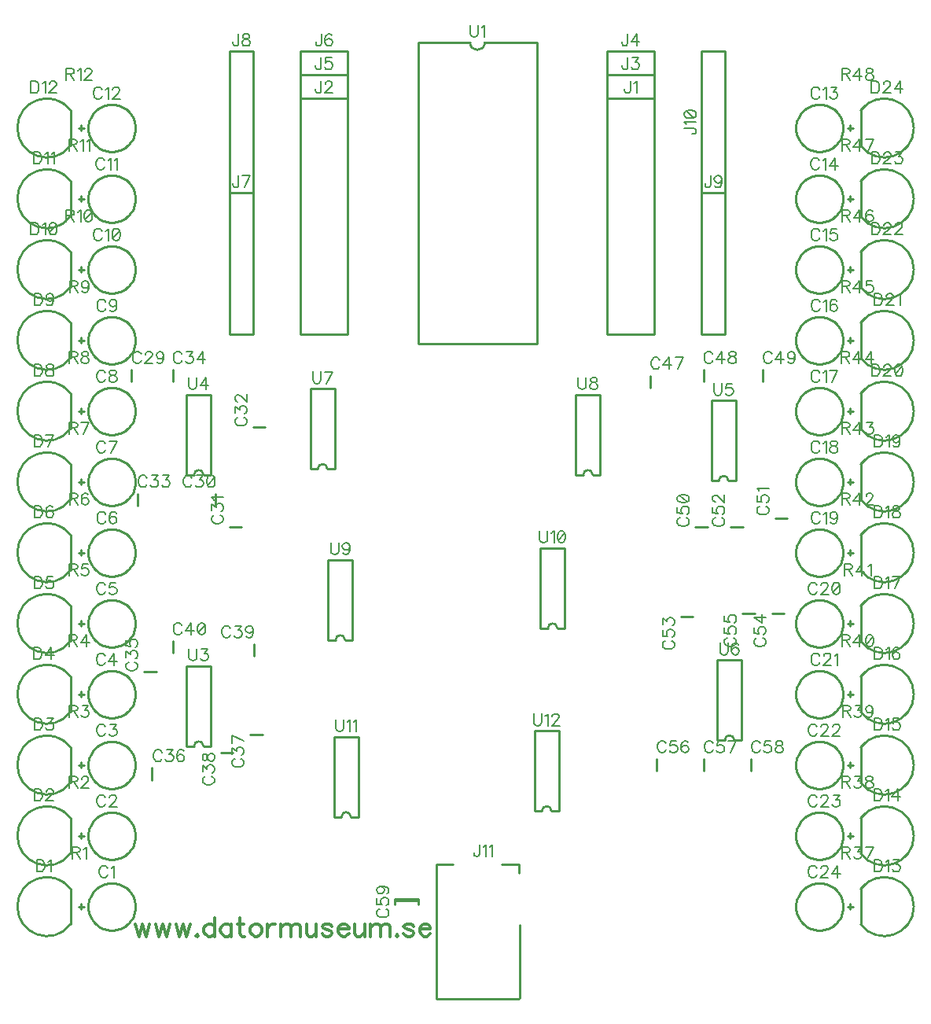
<source format=gto>
G04 DipTrace 2.3.1.0*
%INLOGICCOMP.GTO*%
%MOMM*%
%ADD10C,0.25*%
%ADD60C,0.196*%
%ADD61C,0.314*%
%FSLAX53Y53*%
G04*
G71*
G90*
G75*
G01*
%LNTopSilk*%
%LPD*%
X67207Y108123D2*
D10*
Y75723D1*
X54408Y108123D2*
Y75723D1*
X67207D2*
X54408D1*
Y108123D2*
X60007D1*
X67207D2*
X61608D1*
X60007D2*
G03X61608Y108123I800J0D01*
G01*
X16992Y16991D2*
Y13184D1*
X16987Y16999D2*
G03X16987Y13177I-2535J-1911D01*
G01*
X16992Y24611D2*
Y20804D1*
X16987Y24619D2*
G03X16987Y20797I-2535J-1911D01*
G01*
X16992Y32231D2*
Y28424D1*
X16987Y32239D2*
G03X16987Y28417I-2535J-1911D01*
G01*
X16992Y39851D2*
Y36044D1*
X16987Y39859D2*
G03X16987Y36037I-2535J-1911D01*
G01*
X16992Y47471D2*
Y43664D1*
X16987Y47479D2*
G03X16987Y43657I-2535J-1911D01*
G01*
X16992Y55091D2*
Y51284D1*
X16987Y55099D2*
G03X16987Y51277I-2535J-1911D01*
G01*
X16992Y62711D2*
Y58904D1*
X16987Y62719D2*
G03X16987Y58897I-2535J-1911D01*
G01*
X16992Y70331D2*
Y66524D1*
X16987Y70339D2*
G03X16987Y66517I-2535J-1911D01*
G01*
X16992Y77951D2*
Y74144D1*
X16987Y77959D2*
G03X16987Y74137I-2535J-1911D01*
G01*
X16992Y85571D2*
Y81764D1*
X16987Y85579D2*
G03X16987Y81757I-2535J-1911D01*
G01*
X16992Y93191D2*
Y89384D1*
X16987Y93199D2*
G03X16987Y89377I-2535J-1911D01*
G01*
X16992Y100811D2*
Y97004D1*
X16987Y100819D2*
G03X16987Y96997I-2535J-1911D01*
G01*
X102083Y13184D2*
Y16991D1*
X102088Y13177D2*
G03X102088Y16999I2535J1911D01*
G01*
X102083Y20804D2*
Y24611D1*
X102088Y20797D2*
G03X102088Y24619I2535J1911D01*
G01*
X102083Y28424D2*
Y32231D1*
X102088Y28417D2*
G03X102088Y32239I2535J1911D01*
G01*
X102083Y36044D2*
Y39851D1*
X102088Y36037D2*
G03X102088Y39859I2535J1911D01*
G01*
X102083Y43664D2*
Y47471D1*
X102088Y43657D2*
G03X102088Y47479I2535J1911D01*
G01*
X102083Y51284D2*
Y55091D1*
X102088Y51277D2*
G03X102088Y55099I2535J1911D01*
G01*
X102083Y58904D2*
Y62711D1*
X102088Y58897D2*
G03X102088Y62719I2535J1911D01*
G01*
X102083Y66524D2*
Y70331D1*
X102088Y66517D2*
G03X102088Y70339I2535J1911D01*
G01*
X102083Y74144D2*
Y77951D1*
X102088Y74137D2*
G03X102088Y77959I2535J1911D01*
G01*
X102083Y81764D2*
Y85571D1*
X102088Y81757D2*
G03X102088Y85579I2535J1911D01*
G01*
X102083Y89384D2*
Y93191D1*
X102088Y89377D2*
G03X102088Y93199I2535J1911D01*
G01*
X102083Y97004D2*
Y100811D1*
X102088Y96997D2*
G03X102088Y100819I2535J1911D01*
G01*
X32103Y32377D2*
Y40978D1*
X29502Y32377D2*
Y40978D1*
X32103D2*
X29502D1*
X32103Y32377D2*
X31303D1*
X30302D2*
X29502D1*
X31303D2*
G03X30302Y32377I-500J0D01*
G01*
X32103Y61587D2*
Y70188D1*
X29502Y61587D2*
Y70188D1*
X32103D2*
X29502D1*
X32103Y61587D2*
X31303D1*
X30302D2*
X29502D1*
X31303D2*
G03X30302Y61587I-500J0D01*
G01*
X88618Y60952D2*
Y69553D1*
X86017Y60952D2*
Y69553D1*
X88618D2*
X86017D1*
X88618Y60952D2*
X87818D1*
X86817D2*
X86017D1*
X87818D2*
G03X86817Y60952I-500J0D01*
G01*
X89253Y33012D2*
Y41613D1*
X86652Y33012D2*
Y41613D1*
X89253D2*
X86652D1*
X89253Y33012D2*
X88453D1*
X87452D2*
X86652D1*
X88453D2*
G03X87452Y33012I-500J0D01*
G01*
X18139Y14787D2*
Y15388D1*
X17838Y15088D2*
X18438D1*
X18899D2*
X18905Y15265D1*
X18924Y15441D1*
X18955Y15616D1*
X18998Y15788D1*
X19052Y15956D1*
X19119Y16121D1*
X19196Y16280D1*
X19285Y16434D1*
X19384Y16581D1*
X19493Y16720D1*
X19612Y16852D1*
X19739Y16975D1*
X19875Y17089D1*
X20018Y17193D1*
X20169Y17287D1*
X20325Y17371D1*
X20487Y17443D1*
X20654Y17503D1*
X20824Y17552D1*
X20997Y17589D1*
X21173Y17614D1*
X21350Y17626D1*
X21527D1*
X21704Y17614D1*
X21879Y17589D1*
X22053Y17552D1*
X22223Y17503D1*
X22390Y17443D1*
X22551Y17371D1*
X22708Y17287D1*
X22858Y17193D1*
X23002Y17089D1*
X23137Y16975D1*
X23265Y16852D1*
X23383Y16720D1*
X23493Y16581D1*
X23592Y16434D1*
X23680Y16280D1*
X23758Y16121D1*
X23824Y15956D1*
X23879Y15788D1*
X23922Y15616D1*
X23953Y15441D1*
X23971Y15265D1*
X23977Y15088D1*
X23971Y14910D1*
X23953Y14734D1*
X23922Y14560D1*
X23879Y14387D1*
X23824Y14219D1*
X23758Y14054D1*
X23680Y13895D1*
X23592Y13742D1*
X23493Y13595D1*
X23383Y13455D1*
X23265Y13323D1*
X23137Y13200D1*
X23002Y13086D1*
X22858Y12982D1*
X22708Y12888D1*
X22551Y12805D1*
X22390Y12733D1*
X22223Y12672D1*
X22053Y12623D1*
X21879Y12586D1*
X21704Y12562D1*
X21527Y12549D1*
X21350D1*
X21173Y12562D1*
X20997Y12586D1*
X20824Y12623D1*
X20654Y12672D1*
X20487Y12733D1*
X20325Y12805D1*
X20169Y12888D1*
X20018Y12982D1*
X19875Y13086D1*
X19739Y13200D1*
X19612Y13323D1*
X19493Y13455D1*
X19384Y13595D1*
X19285Y13742D1*
X19196Y13895D1*
X19119Y14054D1*
X19052Y14219D1*
X18998Y14387D1*
X18955Y14560D1*
X18924Y14734D1*
X18905Y14910D1*
X18899Y15088D1*
X18139Y22407D2*
Y23008D1*
X17838Y22708D2*
X18438D1*
X18899D2*
X18905Y22885D1*
X18924Y23061D1*
X18955Y23236D1*
X18998Y23408D1*
X19052Y23576D1*
X19119Y23741D1*
X19196Y23900D1*
X19285Y24054D1*
X19384Y24201D1*
X19493Y24340D1*
X19612Y24472D1*
X19739Y24595D1*
X19875Y24709D1*
X20018Y24813D1*
X20169Y24907D1*
X20325Y24991D1*
X20487Y25063D1*
X20654Y25123D1*
X20824Y25172D1*
X20997Y25209D1*
X21173Y25234D1*
X21350Y25246D1*
X21527D1*
X21704Y25234D1*
X21879Y25209D1*
X22053Y25172D1*
X22223Y25123D1*
X22390Y25063D1*
X22551Y24991D1*
X22708Y24907D1*
X22858Y24813D1*
X23002Y24709D1*
X23137Y24595D1*
X23265Y24472D1*
X23383Y24340D1*
X23493Y24201D1*
X23592Y24054D1*
X23680Y23900D1*
X23758Y23741D1*
X23824Y23576D1*
X23879Y23408D1*
X23922Y23236D1*
X23953Y23061D1*
X23971Y22885D1*
X23977Y22708D1*
X23971Y22530D1*
X23953Y22354D1*
X23922Y22180D1*
X23879Y22007D1*
X23824Y21839D1*
X23758Y21674D1*
X23680Y21515D1*
X23592Y21362D1*
X23493Y21215D1*
X23383Y21075D1*
X23265Y20943D1*
X23137Y20820D1*
X23002Y20706D1*
X22858Y20602D1*
X22708Y20508D1*
X22551Y20425D1*
X22390Y20353D1*
X22223Y20292D1*
X22053Y20243D1*
X21879Y20206D1*
X21704Y20182D1*
X21527Y20169D1*
X21350D1*
X21173Y20182D1*
X20997Y20206D1*
X20824Y20243D1*
X20654Y20292D1*
X20487Y20353D1*
X20325Y20425D1*
X20169Y20508D1*
X20018Y20602D1*
X19875Y20706D1*
X19739Y20820D1*
X19612Y20943D1*
X19493Y21075D1*
X19384Y21215D1*
X19285Y21362D1*
X19196Y21515D1*
X19119Y21674D1*
X19052Y21839D1*
X18998Y22007D1*
X18955Y22180D1*
X18924Y22354D1*
X18905Y22530D1*
X18899Y22708D1*
X18139Y30027D2*
Y30628D1*
X17838Y30328D2*
X18438D1*
X18899D2*
X18905Y30505D1*
X18924Y30681D1*
X18955Y30856D1*
X18998Y31028D1*
X19052Y31196D1*
X19119Y31361D1*
X19196Y31520D1*
X19285Y31674D1*
X19384Y31821D1*
X19493Y31960D1*
X19612Y32092D1*
X19739Y32215D1*
X19875Y32329D1*
X20018Y32433D1*
X20169Y32527D1*
X20325Y32611D1*
X20487Y32683D1*
X20654Y32743D1*
X20824Y32792D1*
X20997Y32829D1*
X21173Y32854D1*
X21350Y32866D1*
X21527D1*
X21704Y32854D1*
X21879Y32829D1*
X22053Y32792D1*
X22223Y32743D1*
X22390Y32683D1*
X22551Y32611D1*
X22708Y32527D1*
X22858Y32433D1*
X23002Y32329D1*
X23137Y32215D1*
X23265Y32092D1*
X23383Y31960D1*
X23493Y31821D1*
X23592Y31674D1*
X23680Y31520D1*
X23758Y31361D1*
X23824Y31196D1*
X23879Y31028D1*
X23922Y30856D1*
X23953Y30681D1*
X23971Y30505D1*
X23977Y30328D1*
X23971Y30150D1*
X23953Y29974D1*
X23922Y29800D1*
X23879Y29627D1*
X23824Y29459D1*
X23758Y29294D1*
X23680Y29135D1*
X23592Y28982D1*
X23493Y28835D1*
X23383Y28695D1*
X23265Y28563D1*
X23137Y28440D1*
X23002Y28326D1*
X22858Y28222D1*
X22708Y28128D1*
X22551Y28045D1*
X22390Y27973D1*
X22223Y27912D1*
X22053Y27863D1*
X21879Y27826D1*
X21704Y27802D1*
X21527Y27789D1*
X21350D1*
X21173Y27802D1*
X20997Y27826D1*
X20824Y27863D1*
X20654Y27912D1*
X20487Y27973D1*
X20325Y28045D1*
X20169Y28128D1*
X20018Y28222D1*
X19875Y28326D1*
X19739Y28440D1*
X19612Y28563D1*
X19493Y28695D1*
X19384Y28835D1*
X19285Y28982D1*
X19196Y29135D1*
X19119Y29294D1*
X19052Y29459D1*
X18998Y29627D1*
X18955Y29800D1*
X18924Y29974D1*
X18905Y30150D1*
X18899Y30328D1*
X18139Y37647D2*
Y38248D1*
X17838Y37948D2*
X18438D1*
X18899D2*
X18905Y38125D1*
X18924Y38301D1*
X18955Y38476D1*
X18998Y38648D1*
X19052Y38816D1*
X19119Y38981D1*
X19196Y39140D1*
X19285Y39294D1*
X19384Y39441D1*
X19493Y39580D1*
X19612Y39712D1*
X19739Y39835D1*
X19875Y39949D1*
X20018Y40053D1*
X20169Y40147D1*
X20325Y40231D1*
X20487Y40303D1*
X20654Y40363D1*
X20824Y40412D1*
X20997Y40449D1*
X21173Y40474D1*
X21350Y40486D1*
X21527D1*
X21704Y40474D1*
X21879Y40449D1*
X22053Y40412D1*
X22223Y40363D1*
X22390Y40303D1*
X22551Y40231D1*
X22708Y40147D1*
X22858Y40053D1*
X23002Y39949D1*
X23137Y39835D1*
X23265Y39712D1*
X23383Y39580D1*
X23493Y39441D1*
X23592Y39294D1*
X23680Y39140D1*
X23758Y38981D1*
X23824Y38816D1*
X23879Y38648D1*
X23922Y38476D1*
X23953Y38301D1*
X23971Y38125D1*
X23977Y37948D1*
X23971Y37770D1*
X23953Y37594D1*
X23922Y37420D1*
X23879Y37247D1*
X23824Y37079D1*
X23758Y36914D1*
X23680Y36755D1*
X23592Y36602D1*
X23493Y36455D1*
X23383Y36315D1*
X23265Y36183D1*
X23137Y36060D1*
X23002Y35946D1*
X22858Y35842D1*
X22708Y35748D1*
X22551Y35665D1*
X22390Y35593D1*
X22223Y35532D1*
X22053Y35483D1*
X21879Y35446D1*
X21704Y35422D1*
X21527Y35409D1*
X21350D1*
X21173Y35422D1*
X20997Y35446D1*
X20824Y35483D1*
X20654Y35532D1*
X20487Y35593D1*
X20325Y35665D1*
X20169Y35748D1*
X20018Y35842D1*
X19875Y35946D1*
X19739Y36060D1*
X19612Y36183D1*
X19493Y36315D1*
X19384Y36455D1*
X19285Y36602D1*
X19196Y36755D1*
X19119Y36914D1*
X19052Y37079D1*
X18998Y37247D1*
X18955Y37420D1*
X18924Y37594D1*
X18905Y37770D1*
X18899Y37948D1*
X18139Y45267D2*
Y45868D1*
X17838Y45568D2*
X18438D1*
X18899D2*
X18905Y45745D1*
X18924Y45921D1*
X18955Y46096D1*
X18998Y46268D1*
X19052Y46436D1*
X19119Y46601D1*
X19196Y46760D1*
X19285Y46914D1*
X19384Y47061D1*
X19493Y47200D1*
X19612Y47332D1*
X19739Y47455D1*
X19875Y47569D1*
X20018Y47673D1*
X20169Y47767D1*
X20325Y47851D1*
X20487Y47923D1*
X20654Y47983D1*
X20824Y48032D1*
X20997Y48069D1*
X21173Y48094D1*
X21350Y48106D1*
X21527D1*
X21704Y48094D1*
X21879Y48069D1*
X22053Y48032D1*
X22223Y47983D1*
X22390Y47923D1*
X22551Y47851D1*
X22708Y47767D1*
X22858Y47673D1*
X23002Y47569D1*
X23137Y47455D1*
X23265Y47332D1*
X23383Y47200D1*
X23493Y47061D1*
X23592Y46914D1*
X23680Y46760D1*
X23758Y46601D1*
X23824Y46436D1*
X23879Y46268D1*
X23922Y46096D1*
X23953Y45921D1*
X23971Y45745D1*
X23977Y45568D1*
X23971Y45390D1*
X23953Y45214D1*
X23922Y45040D1*
X23879Y44867D1*
X23824Y44699D1*
X23758Y44534D1*
X23680Y44375D1*
X23592Y44222D1*
X23493Y44075D1*
X23383Y43935D1*
X23265Y43803D1*
X23137Y43680D1*
X23002Y43566D1*
X22858Y43462D1*
X22708Y43368D1*
X22551Y43285D1*
X22390Y43213D1*
X22223Y43152D1*
X22053Y43103D1*
X21879Y43066D1*
X21704Y43042D1*
X21527Y43029D1*
X21350D1*
X21173Y43042D1*
X20997Y43066D1*
X20824Y43103D1*
X20654Y43152D1*
X20487Y43213D1*
X20325Y43285D1*
X20169Y43368D1*
X20018Y43462D1*
X19875Y43566D1*
X19739Y43680D1*
X19612Y43803D1*
X19493Y43935D1*
X19384Y44075D1*
X19285Y44222D1*
X19196Y44375D1*
X19119Y44534D1*
X19052Y44699D1*
X18998Y44867D1*
X18955Y45040D1*
X18924Y45214D1*
X18905Y45390D1*
X18899Y45568D1*
X18139Y52887D2*
Y53488D1*
X17838Y53188D2*
X18438D1*
X18899D2*
X18905Y53365D1*
X18924Y53541D1*
X18955Y53716D1*
X18998Y53888D1*
X19052Y54056D1*
X19119Y54221D1*
X19196Y54380D1*
X19285Y54534D1*
X19384Y54681D1*
X19493Y54820D1*
X19612Y54952D1*
X19739Y55075D1*
X19875Y55189D1*
X20018Y55293D1*
X20169Y55387D1*
X20325Y55471D1*
X20487Y55543D1*
X20654Y55603D1*
X20824Y55652D1*
X20997Y55689D1*
X21173Y55714D1*
X21350Y55726D1*
X21527D1*
X21704Y55714D1*
X21879Y55689D1*
X22053Y55652D1*
X22223Y55603D1*
X22390Y55543D1*
X22551Y55471D1*
X22708Y55387D1*
X22858Y55293D1*
X23002Y55189D1*
X23137Y55075D1*
X23265Y54952D1*
X23383Y54820D1*
X23493Y54681D1*
X23592Y54534D1*
X23680Y54380D1*
X23758Y54221D1*
X23824Y54056D1*
X23879Y53888D1*
X23922Y53716D1*
X23953Y53541D1*
X23971Y53365D1*
X23977Y53188D1*
X23971Y53010D1*
X23953Y52834D1*
X23922Y52660D1*
X23879Y52487D1*
X23824Y52319D1*
X23758Y52154D1*
X23680Y51995D1*
X23592Y51842D1*
X23493Y51695D1*
X23383Y51555D1*
X23265Y51423D1*
X23137Y51300D1*
X23002Y51186D1*
X22858Y51082D1*
X22708Y50988D1*
X22551Y50905D1*
X22390Y50833D1*
X22223Y50772D1*
X22053Y50723D1*
X21879Y50686D1*
X21704Y50662D1*
X21527Y50649D1*
X21350D1*
X21173Y50662D1*
X20997Y50686D1*
X20824Y50723D1*
X20654Y50772D1*
X20487Y50833D1*
X20325Y50905D1*
X20169Y50988D1*
X20018Y51082D1*
X19875Y51186D1*
X19739Y51300D1*
X19612Y51423D1*
X19493Y51555D1*
X19384Y51695D1*
X19285Y51842D1*
X19196Y51995D1*
X19119Y52154D1*
X19052Y52319D1*
X18998Y52487D1*
X18955Y52660D1*
X18924Y52834D1*
X18905Y53010D1*
X18899Y53188D1*
X18139Y60507D2*
Y61108D1*
X17838Y60808D2*
X18438D1*
X18899D2*
X18905Y60985D1*
X18924Y61161D1*
X18955Y61336D1*
X18998Y61508D1*
X19052Y61676D1*
X19119Y61841D1*
X19196Y62000D1*
X19285Y62154D1*
X19384Y62301D1*
X19493Y62440D1*
X19612Y62572D1*
X19739Y62695D1*
X19875Y62809D1*
X20018Y62913D1*
X20169Y63007D1*
X20325Y63091D1*
X20487Y63163D1*
X20654Y63223D1*
X20824Y63272D1*
X20997Y63309D1*
X21173Y63334D1*
X21350Y63346D1*
X21527D1*
X21704Y63334D1*
X21879Y63309D1*
X22053Y63272D1*
X22223Y63223D1*
X22390Y63163D1*
X22551Y63091D1*
X22708Y63007D1*
X22858Y62913D1*
X23002Y62809D1*
X23137Y62695D1*
X23265Y62572D1*
X23383Y62440D1*
X23493Y62301D1*
X23592Y62154D1*
X23680Y62000D1*
X23758Y61841D1*
X23824Y61676D1*
X23879Y61508D1*
X23922Y61336D1*
X23953Y61161D1*
X23971Y60985D1*
X23977Y60808D1*
X23971Y60630D1*
X23953Y60454D1*
X23922Y60280D1*
X23879Y60107D1*
X23824Y59939D1*
X23758Y59774D1*
X23680Y59615D1*
X23592Y59462D1*
X23493Y59315D1*
X23383Y59175D1*
X23265Y59043D1*
X23137Y58920D1*
X23002Y58806D1*
X22858Y58702D1*
X22708Y58608D1*
X22551Y58525D1*
X22390Y58453D1*
X22223Y58392D1*
X22053Y58343D1*
X21879Y58306D1*
X21704Y58282D1*
X21527Y58269D1*
X21350D1*
X21173Y58282D1*
X20997Y58306D1*
X20824Y58343D1*
X20654Y58392D1*
X20487Y58453D1*
X20325Y58525D1*
X20169Y58608D1*
X20018Y58702D1*
X19875Y58806D1*
X19739Y58920D1*
X19612Y59043D1*
X19493Y59175D1*
X19384Y59315D1*
X19285Y59462D1*
X19196Y59615D1*
X19119Y59774D1*
X19052Y59939D1*
X18998Y60107D1*
X18955Y60280D1*
X18924Y60454D1*
X18905Y60630D1*
X18899Y60808D1*
X18139Y68127D2*
Y68728D1*
X17838Y68428D2*
X18438D1*
X18899D2*
X18905Y68605D1*
X18924Y68781D1*
X18955Y68956D1*
X18998Y69128D1*
X19052Y69296D1*
X19119Y69461D1*
X19196Y69620D1*
X19285Y69774D1*
X19384Y69921D1*
X19493Y70060D1*
X19612Y70192D1*
X19739Y70315D1*
X19875Y70429D1*
X20018Y70533D1*
X20169Y70627D1*
X20325Y70711D1*
X20487Y70783D1*
X20654Y70843D1*
X20824Y70892D1*
X20997Y70929D1*
X21173Y70954D1*
X21350Y70966D1*
X21527D1*
X21704Y70954D1*
X21879Y70929D1*
X22053Y70892D1*
X22223Y70843D1*
X22390Y70783D1*
X22551Y70711D1*
X22708Y70627D1*
X22858Y70533D1*
X23002Y70429D1*
X23137Y70315D1*
X23265Y70192D1*
X23383Y70060D1*
X23493Y69921D1*
X23592Y69774D1*
X23680Y69620D1*
X23758Y69461D1*
X23824Y69296D1*
X23879Y69128D1*
X23922Y68956D1*
X23953Y68781D1*
X23971Y68605D1*
X23977Y68428D1*
X23971Y68250D1*
X23953Y68074D1*
X23922Y67900D1*
X23879Y67727D1*
X23824Y67559D1*
X23758Y67394D1*
X23680Y67235D1*
X23592Y67082D1*
X23493Y66935D1*
X23383Y66795D1*
X23265Y66663D1*
X23137Y66540D1*
X23002Y66426D1*
X22858Y66322D1*
X22708Y66228D1*
X22551Y66145D1*
X22390Y66073D1*
X22223Y66012D1*
X22053Y65963D1*
X21879Y65926D1*
X21704Y65902D1*
X21527Y65889D1*
X21350D1*
X21173Y65902D1*
X20997Y65926D1*
X20824Y65963D1*
X20654Y66012D1*
X20487Y66073D1*
X20325Y66145D1*
X20169Y66228D1*
X20018Y66322D1*
X19875Y66426D1*
X19739Y66540D1*
X19612Y66663D1*
X19493Y66795D1*
X19384Y66935D1*
X19285Y67082D1*
X19196Y67235D1*
X19119Y67394D1*
X19052Y67559D1*
X18998Y67727D1*
X18955Y67900D1*
X18924Y68074D1*
X18905Y68250D1*
X18899Y68428D1*
X18139Y75747D2*
Y76348D1*
X17838Y76048D2*
X18438D1*
X18899D2*
X18905Y76225D1*
X18924Y76401D1*
X18955Y76576D1*
X18998Y76748D1*
X19052Y76916D1*
X19119Y77081D1*
X19196Y77240D1*
X19285Y77394D1*
X19384Y77541D1*
X19493Y77680D1*
X19612Y77812D1*
X19739Y77935D1*
X19875Y78049D1*
X20018Y78153D1*
X20169Y78247D1*
X20325Y78331D1*
X20487Y78403D1*
X20654Y78463D1*
X20824Y78512D1*
X20997Y78549D1*
X21173Y78574D1*
X21350Y78586D1*
X21527D1*
X21704Y78574D1*
X21879Y78549D1*
X22053Y78512D1*
X22223Y78463D1*
X22390Y78403D1*
X22551Y78331D1*
X22708Y78247D1*
X22858Y78153D1*
X23002Y78049D1*
X23137Y77935D1*
X23265Y77812D1*
X23383Y77680D1*
X23493Y77541D1*
X23592Y77394D1*
X23680Y77240D1*
X23758Y77081D1*
X23824Y76916D1*
X23879Y76748D1*
X23922Y76576D1*
X23953Y76401D1*
X23971Y76225D1*
X23977Y76048D1*
X23971Y75870D1*
X23953Y75694D1*
X23922Y75520D1*
X23879Y75347D1*
X23824Y75179D1*
X23758Y75014D1*
X23680Y74855D1*
X23592Y74702D1*
X23493Y74555D1*
X23383Y74415D1*
X23265Y74283D1*
X23137Y74160D1*
X23002Y74046D1*
X22858Y73942D1*
X22708Y73848D1*
X22551Y73765D1*
X22390Y73693D1*
X22223Y73632D1*
X22053Y73583D1*
X21879Y73546D1*
X21704Y73522D1*
X21527Y73509D1*
X21350D1*
X21173Y73522D1*
X20997Y73546D1*
X20824Y73583D1*
X20654Y73632D1*
X20487Y73693D1*
X20325Y73765D1*
X20169Y73848D1*
X20018Y73942D1*
X19875Y74046D1*
X19739Y74160D1*
X19612Y74283D1*
X19493Y74415D1*
X19384Y74555D1*
X19285Y74702D1*
X19196Y74855D1*
X19119Y75014D1*
X19052Y75179D1*
X18998Y75347D1*
X18955Y75520D1*
X18924Y75694D1*
X18905Y75870D1*
X18899Y76048D1*
X18139Y83367D2*
Y83968D1*
X17838Y83668D2*
X18438D1*
X18899D2*
X18905Y83845D1*
X18924Y84021D1*
X18955Y84196D1*
X18998Y84368D1*
X19052Y84536D1*
X19119Y84701D1*
X19196Y84860D1*
X19285Y85014D1*
X19384Y85161D1*
X19493Y85300D1*
X19612Y85432D1*
X19739Y85555D1*
X19875Y85669D1*
X20018Y85773D1*
X20169Y85867D1*
X20325Y85951D1*
X20487Y86023D1*
X20654Y86083D1*
X20824Y86132D1*
X20997Y86169D1*
X21173Y86194D1*
X21350Y86206D1*
X21527D1*
X21704Y86194D1*
X21879Y86169D1*
X22053Y86132D1*
X22223Y86083D1*
X22390Y86023D1*
X22551Y85951D1*
X22708Y85867D1*
X22858Y85773D1*
X23002Y85669D1*
X23137Y85555D1*
X23265Y85432D1*
X23383Y85300D1*
X23493Y85161D1*
X23592Y85014D1*
X23680Y84860D1*
X23758Y84701D1*
X23824Y84536D1*
X23879Y84368D1*
X23922Y84196D1*
X23953Y84021D1*
X23971Y83845D1*
X23977Y83668D1*
X23971Y83490D1*
X23953Y83314D1*
X23922Y83140D1*
X23879Y82967D1*
X23824Y82799D1*
X23758Y82634D1*
X23680Y82475D1*
X23592Y82322D1*
X23493Y82175D1*
X23383Y82035D1*
X23265Y81903D1*
X23137Y81780D1*
X23002Y81666D1*
X22858Y81562D1*
X22708Y81468D1*
X22551Y81385D1*
X22390Y81313D1*
X22223Y81252D1*
X22053Y81203D1*
X21879Y81166D1*
X21704Y81142D1*
X21527Y81129D1*
X21350D1*
X21173Y81142D1*
X20997Y81166D1*
X20824Y81203D1*
X20654Y81252D1*
X20487Y81313D1*
X20325Y81385D1*
X20169Y81468D1*
X20018Y81562D1*
X19875Y81666D1*
X19739Y81780D1*
X19612Y81903D1*
X19493Y82035D1*
X19384Y82175D1*
X19285Y82322D1*
X19196Y82475D1*
X19119Y82634D1*
X19052Y82799D1*
X18998Y82967D1*
X18955Y83140D1*
X18924Y83314D1*
X18905Y83490D1*
X18899Y83668D1*
X18139Y90987D2*
Y91588D1*
X17838Y91288D2*
X18438D1*
X18899D2*
X18905Y91465D1*
X18924Y91641D1*
X18955Y91816D1*
X18998Y91988D1*
X19052Y92156D1*
X19119Y92321D1*
X19196Y92480D1*
X19285Y92634D1*
X19384Y92781D1*
X19493Y92920D1*
X19612Y93052D1*
X19739Y93175D1*
X19875Y93289D1*
X20018Y93393D1*
X20169Y93487D1*
X20325Y93571D1*
X20487Y93643D1*
X20654Y93703D1*
X20824Y93752D1*
X20997Y93789D1*
X21173Y93814D1*
X21350Y93826D1*
X21527D1*
X21704Y93814D1*
X21879Y93789D1*
X22053Y93752D1*
X22223Y93703D1*
X22390Y93643D1*
X22551Y93571D1*
X22708Y93487D1*
X22858Y93393D1*
X23002Y93289D1*
X23137Y93175D1*
X23265Y93052D1*
X23383Y92920D1*
X23493Y92781D1*
X23592Y92634D1*
X23680Y92480D1*
X23758Y92321D1*
X23824Y92156D1*
X23879Y91988D1*
X23922Y91816D1*
X23953Y91641D1*
X23971Y91465D1*
X23977Y91288D1*
X23971Y91110D1*
X23953Y90934D1*
X23922Y90760D1*
X23879Y90587D1*
X23824Y90419D1*
X23758Y90254D1*
X23680Y90095D1*
X23592Y89942D1*
X23493Y89795D1*
X23383Y89655D1*
X23265Y89523D1*
X23137Y89400D1*
X23002Y89286D1*
X22858Y89182D1*
X22708Y89088D1*
X22551Y89005D1*
X22390Y88933D1*
X22223Y88872D1*
X22053Y88823D1*
X21879Y88786D1*
X21704Y88762D1*
X21527Y88749D1*
X21350D1*
X21173Y88762D1*
X20997Y88786D1*
X20824Y88823D1*
X20654Y88872D1*
X20487Y88933D1*
X20325Y89005D1*
X20169Y89088D1*
X20018Y89182D1*
X19875Y89286D1*
X19739Y89400D1*
X19612Y89523D1*
X19493Y89655D1*
X19384Y89795D1*
X19285Y89942D1*
X19196Y90095D1*
X19119Y90254D1*
X19052Y90419D1*
X18998Y90587D1*
X18955Y90760D1*
X18924Y90934D1*
X18905Y91110D1*
X18899Y91288D1*
X18139Y98607D2*
Y99208D1*
X17838Y98908D2*
X18438D1*
X18899D2*
X18905Y99085D1*
X18924Y99261D1*
X18955Y99436D1*
X18998Y99608D1*
X19052Y99776D1*
X19119Y99941D1*
X19196Y100100D1*
X19285Y100254D1*
X19384Y100401D1*
X19493Y100540D1*
X19612Y100672D1*
X19739Y100795D1*
X19875Y100909D1*
X20018Y101013D1*
X20169Y101107D1*
X20325Y101191D1*
X20487Y101263D1*
X20654Y101323D1*
X20824Y101372D1*
X20997Y101409D1*
X21173Y101434D1*
X21350Y101446D1*
X21527D1*
X21704Y101434D1*
X21879Y101409D1*
X22053Y101372D1*
X22223Y101323D1*
X22390Y101263D1*
X22551Y101191D1*
X22708Y101107D1*
X22858Y101013D1*
X23002Y100909D1*
X23137Y100795D1*
X23265Y100672D1*
X23383Y100540D1*
X23493Y100401D1*
X23592Y100254D1*
X23680Y100100D1*
X23758Y99941D1*
X23824Y99776D1*
X23879Y99608D1*
X23922Y99436D1*
X23953Y99261D1*
X23971Y99085D1*
X23977Y98908D1*
X23971Y98730D1*
X23953Y98554D1*
X23922Y98380D1*
X23879Y98207D1*
X23824Y98039D1*
X23758Y97874D1*
X23680Y97715D1*
X23592Y97562D1*
X23493Y97415D1*
X23383Y97275D1*
X23265Y97143D1*
X23137Y97020D1*
X23002Y96906D1*
X22858Y96802D1*
X22708Y96708D1*
X22551Y96625D1*
X22390Y96553D1*
X22223Y96492D1*
X22053Y96443D1*
X21879Y96406D1*
X21704Y96382D1*
X21527Y96369D1*
X21350D1*
X21173Y96382D1*
X20997Y96406D1*
X20824Y96443D1*
X20654Y96492D1*
X20487Y96553D1*
X20325Y96625D1*
X20169Y96708D1*
X20018Y96802D1*
X19875Y96906D1*
X19739Y97020D1*
X19612Y97143D1*
X19493Y97275D1*
X19384Y97415D1*
X19285Y97562D1*
X19196Y97715D1*
X19119Y97874D1*
X19052Y98039D1*
X18998Y98207D1*
X18955Y98380D1*
X18924Y98554D1*
X18905Y98730D1*
X18899Y98908D1*
X100937Y99208D2*
Y98607D1*
X101237Y98908D2*
X100637D1*
X95098D2*
X95104Y99085D1*
X95122Y99261D1*
X95153Y99436D1*
X95196Y99608D1*
X95251Y99776D1*
X95317Y99941D1*
X95395Y100100D1*
X95484Y100254D1*
X95583Y100401D1*
X95692Y100540D1*
X95810Y100672D1*
X95938Y100795D1*
X96074Y100909D1*
X96217Y101013D1*
X96367Y101107D1*
X96524Y101191D1*
X96686Y101263D1*
X96852Y101323D1*
X97023Y101372D1*
X97196Y101409D1*
X97371Y101434D1*
X97548Y101446D1*
X97725D1*
X97902Y101434D1*
X98078Y101409D1*
X98251Y101372D1*
X98421Y101323D1*
X98588Y101263D1*
X98750Y101191D1*
X98906Y101107D1*
X99057Y101013D1*
X99200Y100909D1*
X99336Y100795D1*
X99463Y100672D1*
X99582Y100540D1*
X99691Y100401D1*
X99790Y100254D1*
X99879Y100100D1*
X99956Y99941D1*
X100023Y99776D1*
X100078Y99608D1*
X100120Y99436D1*
X100151Y99261D1*
X100170Y99085D1*
X100176Y98908D1*
X100170Y98730D1*
X100151Y98554D1*
X100120Y98380D1*
X100078Y98207D1*
X100023Y98039D1*
X99956Y97874D1*
X99879Y97715D1*
X99790Y97562D1*
X99691Y97415D1*
X99582Y97275D1*
X99463Y97143D1*
X99336Y97020D1*
X99200Y96906D1*
X99057Y96802D1*
X98906Y96708D1*
X98750Y96625D1*
X98588Y96553D1*
X98421Y96492D1*
X98251Y96443D1*
X98078Y96406D1*
X97902Y96382D1*
X97725Y96369D1*
X97548D1*
X97371Y96382D1*
X97196Y96406D1*
X97023Y96443D1*
X96852Y96492D1*
X96686Y96553D1*
X96524Y96625D1*
X96367Y96708D1*
X96217Y96802D1*
X96074Y96906D1*
X95938Y97020D1*
X95810Y97143D1*
X95692Y97275D1*
X95583Y97415D1*
X95484Y97562D1*
X95395Y97715D1*
X95317Y97874D1*
X95251Y98039D1*
X95196Y98207D1*
X95153Y98380D1*
X95122Y98554D1*
X95104Y98730D1*
X95098Y98908D1*
X100937Y91588D2*
Y90987D1*
X101237Y91288D2*
X100637D1*
X95098D2*
X95104Y91465D1*
X95122Y91641D1*
X95153Y91816D1*
X95196Y91988D1*
X95251Y92156D1*
X95317Y92321D1*
X95395Y92480D1*
X95484Y92634D1*
X95583Y92781D1*
X95692Y92920D1*
X95810Y93052D1*
X95938Y93175D1*
X96074Y93289D1*
X96217Y93393D1*
X96367Y93487D1*
X96524Y93571D1*
X96686Y93643D1*
X96852Y93703D1*
X97023Y93752D1*
X97196Y93789D1*
X97371Y93814D1*
X97548Y93826D1*
X97725D1*
X97902Y93814D1*
X98078Y93789D1*
X98251Y93752D1*
X98421Y93703D1*
X98588Y93643D1*
X98750Y93571D1*
X98906Y93487D1*
X99057Y93393D1*
X99200Y93289D1*
X99336Y93175D1*
X99463Y93052D1*
X99582Y92920D1*
X99691Y92781D1*
X99790Y92634D1*
X99879Y92480D1*
X99956Y92321D1*
X100023Y92156D1*
X100078Y91988D1*
X100120Y91816D1*
X100151Y91641D1*
X100170Y91465D1*
X100176Y91288D1*
X100170Y91110D1*
X100151Y90934D1*
X100120Y90760D1*
X100078Y90587D1*
X100023Y90419D1*
X99956Y90254D1*
X99879Y90095D1*
X99790Y89942D1*
X99691Y89795D1*
X99582Y89655D1*
X99463Y89523D1*
X99336Y89400D1*
X99200Y89286D1*
X99057Y89182D1*
X98906Y89088D1*
X98750Y89005D1*
X98588Y88933D1*
X98421Y88872D1*
X98251Y88823D1*
X98078Y88786D1*
X97902Y88762D1*
X97725Y88749D1*
X97548D1*
X97371Y88762D1*
X97196Y88786D1*
X97023Y88823D1*
X96852Y88872D1*
X96686Y88933D1*
X96524Y89005D1*
X96367Y89088D1*
X96217Y89182D1*
X96074Y89286D1*
X95938Y89400D1*
X95810Y89523D1*
X95692Y89655D1*
X95583Y89795D1*
X95484Y89942D1*
X95395Y90095D1*
X95317Y90254D1*
X95251Y90419D1*
X95196Y90587D1*
X95153Y90760D1*
X95122Y90934D1*
X95104Y91110D1*
X95098Y91288D1*
X100937Y83968D2*
Y83367D1*
X101237Y83668D2*
X100637D1*
X95098D2*
X95104Y83845D1*
X95122Y84021D1*
X95153Y84196D1*
X95196Y84368D1*
X95251Y84536D1*
X95317Y84701D1*
X95395Y84860D1*
X95484Y85014D1*
X95583Y85161D1*
X95692Y85300D1*
X95810Y85432D1*
X95938Y85555D1*
X96074Y85669D1*
X96217Y85773D1*
X96367Y85867D1*
X96524Y85951D1*
X96686Y86023D1*
X96852Y86083D1*
X97023Y86132D1*
X97196Y86169D1*
X97371Y86194D1*
X97548Y86206D1*
X97725D1*
X97902Y86194D1*
X98078Y86169D1*
X98251Y86132D1*
X98421Y86083D1*
X98588Y86023D1*
X98750Y85951D1*
X98906Y85867D1*
X99057Y85773D1*
X99200Y85669D1*
X99336Y85555D1*
X99463Y85432D1*
X99582Y85300D1*
X99691Y85161D1*
X99790Y85014D1*
X99879Y84860D1*
X99956Y84701D1*
X100023Y84536D1*
X100078Y84368D1*
X100120Y84196D1*
X100151Y84021D1*
X100170Y83845D1*
X100176Y83668D1*
X100170Y83490D1*
X100151Y83314D1*
X100120Y83140D1*
X100078Y82967D1*
X100023Y82799D1*
X99956Y82634D1*
X99879Y82475D1*
X99790Y82322D1*
X99691Y82175D1*
X99582Y82035D1*
X99463Y81903D1*
X99336Y81780D1*
X99200Y81666D1*
X99057Y81562D1*
X98906Y81468D1*
X98750Y81385D1*
X98588Y81313D1*
X98421Y81252D1*
X98251Y81203D1*
X98078Y81166D1*
X97902Y81142D1*
X97725Y81129D1*
X97548D1*
X97371Y81142D1*
X97196Y81166D1*
X97023Y81203D1*
X96852Y81252D1*
X96686Y81313D1*
X96524Y81385D1*
X96367Y81468D1*
X96217Y81562D1*
X96074Y81666D1*
X95938Y81780D1*
X95810Y81903D1*
X95692Y82035D1*
X95583Y82175D1*
X95484Y82322D1*
X95395Y82475D1*
X95317Y82634D1*
X95251Y82799D1*
X95196Y82967D1*
X95153Y83140D1*
X95122Y83314D1*
X95104Y83490D1*
X95098Y83668D1*
X100937Y76348D2*
Y75747D1*
X101237Y76048D2*
X100637D1*
X95098D2*
X95104Y76225D1*
X95122Y76401D1*
X95153Y76576D1*
X95196Y76748D1*
X95251Y76916D1*
X95317Y77081D1*
X95395Y77240D1*
X95484Y77394D1*
X95583Y77541D1*
X95692Y77680D1*
X95810Y77812D1*
X95938Y77935D1*
X96074Y78049D1*
X96217Y78153D1*
X96367Y78247D1*
X96524Y78331D1*
X96686Y78403D1*
X96852Y78463D1*
X97023Y78512D1*
X97196Y78549D1*
X97371Y78574D1*
X97548Y78586D1*
X97725D1*
X97902Y78574D1*
X98078Y78549D1*
X98251Y78512D1*
X98421Y78463D1*
X98588Y78403D1*
X98750Y78331D1*
X98906Y78247D1*
X99057Y78153D1*
X99200Y78049D1*
X99336Y77935D1*
X99463Y77812D1*
X99582Y77680D1*
X99691Y77541D1*
X99790Y77394D1*
X99879Y77240D1*
X99956Y77081D1*
X100023Y76916D1*
X100078Y76748D1*
X100120Y76576D1*
X100151Y76401D1*
X100170Y76225D1*
X100176Y76048D1*
X100170Y75870D1*
X100151Y75694D1*
X100120Y75520D1*
X100078Y75347D1*
X100023Y75179D1*
X99956Y75014D1*
X99879Y74855D1*
X99790Y74702D1*
X99691Y74555D1*
X99582Y74415D1*
X99463Y74283D1*
X99336Y74160D1*
X99200Y74046D1*
X99057Y73942D1*
X98906Y73848D1*
X98750Y73765D1*
X98588Y73693D1*
X98421Y73632D1*
X98251Y73583D1*
X98078Y73546D1*
X97902Y73522D1*
X97725Y73509D1*
X97548D1*
X97371Y73522D1*
X97196Y73546D1*
X97023Y73583D1*
X96852Y73632D1*
X96686Y73693D1*
X96524Y73765D1*
X96367Y73848D1*
X96217Y73942D1*
X96074Y74046D1*
X95938Y74160D1*
X95810Y74283D1*
X95692Y74415D1*
X95583Y74555D1*
X95484Y74702D1*
X95395Y74855D1*
X95317Y75014D1*
X95251Y75179D1*
X95196Y75347D1*
X95153Y75520D1*
X95122Y75694D1*
X95104Y75870D1*
X95098Y76048D1*
X100937Y68728D2*
Y68127D1*
X101237Y68428D2*
X100637D1*
X95098D2*
X95104Y68605D1*
X95122Y68781D1*
X95153Y68956D1*
X95196Y69128D1*
X95251Y69296D1*
X95317Y69461D1*
X95395Y69620D1*
X95484Y69774D1*
X95583Y69921D1*
X95692Y70060D1*
X95810Y70192D1*
X95938Y70315D1*
X96074Y70429D1*
X96217Y70533D1*
X96367Y70627D1*
X96524Y70711D1*
X96686Y70783D1*
X96852Y70843D1*
X97023Y70892D1*
X97196Y70929D1*
X97371Y70954D1*
X97548Y70966D1*
X97725D1*
X97902Y70954D1*
X98078Y70929D1*
X98251Y70892D1*
X98421Y70843D1*
X98588Y70783D1*
X98750Y70711D1*
X98906Y70627D1*
X99057Y70533D1*
X99200Y70429D1*
X99336Y70315D1*
X99463Y70192D1*
X99582Y70060D1*
X99691Y69921D1*
X99790Y69774D1*
X99879Y69620D1*
X99956Y69461D1*
X100023Y69296D1*
X100078Y69128D1*
X100120Y68956D1*
X100151Y68781D1*
X100170Y68605D1*
X100176Y68428D1*
X100170Y68250D1*
X100151Y68074D1*
X100120Y67900D1*
X100078Y67727D1*
X100023Y67559D1*
X99956Y67394D1*
X99879Y67235D1*
X99790Y67082D1*
X99691Y66935D1*
X99582Y66795D1*
X99463Y66663D1*
X99336Y66540D1*
X99200Y66426D1*
X99057Y66322D1*
X98906Y66228D1*
X98750Y66145D1*
X98588Y66073D1*
X98421Y66012D1*
X98251Y65963D1*
X98078Y65926D1*
X97902Y65902D1*
X97725Y65889D1*
X97548D1*
X97371Y65902D1*
X97196Y65926D1*
X97023Y65963D1*
X96852Y66012D1*
X96686Y66073D1*
X96524Y66145D1*
X96367Y66228D1*
X96217Y66322D1*
X96074Y66426D1*
X95938Y66540D1*
X95810Y66663D1*
X95692Y66795D1*
X95583Y66935D1*
X95484Y67082D1*
X95395Y67235D1*
X95317Y67394D1*
X95251Y67559D1*
X95196Y67727D1*
X95153Y67900D1*
X95122Y68074D1*
X95104Y68250D1*
X95098Y68428D1*
X100937Y61108D2*
Y60507D1*
X101237Y60808D2*
X100637D1*
X95098D2*
X95104Y60985D1*
X95122Y61161D1*
X95153Y61336D1*
X95196Y61508D1*
X95251Y61676D1*
X95317Y61841D1*
X95395Y62000D1*
X95484Y62154D1*
X95583Y62301D1*
X95692Y62440D1*
X95810Y62572D1*
X95938Y62695D1*
X96074Y62809D1*
X96217Y62913D1*
X96367Y63007D1*
X96524Y63091D1*
X96686Y63163D1*
X96852Y63223D1*
X97023Y63272D1*
X97196Y63309D1*
X97371Y63334D1*
X97548Y63346D1*
X97725D1*
X97902Y63334D1*
X98078Y63309D1*
X98251Y63272D1*
X98421Y63223D1*
X98588Y63163D1*
X98750Y63091D1*
X98906Y63007D1*
X99057Y62913D1*
X99200Y62809D1*
X99336Y62695D1*
X99463Y62572D1*
X99582Y62440D1*
X99691Y62301D1*
X99790Y62154D1*
X99879Y62000D1*
X99956Y61841D1*
X100023Y61676D1*
X100078Y61508D1*
X100120Y61336D1*
X100151Y61161D1*
X100170Y60985D1*
X100176Y60808D1*
X100170Y60630D1*
X100151Y60454D1*
X100120Y60280D1*
X100078Y60107D1*
X100023Y59939D1*
X99956Y59774D1*
X99879Y59615D1*
X99790Y59462D1*
X99691Y59315D1*
X99582Y59175D1*
X99463Y59043D1*
X99336Y58920D1*
X99200Y58806D1*
X99057Y58702D1*
X98906Y58608D1*
X98750Y58525D1*
X98588Y58453D1*
X98421Y58392D1*
X98251Y58343D1*
X98078Y58306D1*
X97902Y58282D1*
X97725Y58269D1*
X97548D1*
X97371Y58282D1*
X97196Y58306D1*
X97023Y58343D1*
X96852Y58392D1*
X96686Y58453D1*
X96524Y58525D1*
X96367Y58608D1*
X96217Y58702D1*
X96074Y58806D1*
X95938Y58920D1*
X95810Y59043D1*
X95692Y59175D1*
X95583Y59315D1*
X95484Y59462D1*
X95395Y59615D1*
X95317Y59774D1*
X95251Y59939D1*
X95196Y60107D1*
X95153Y60280D1*
X95122Y60454D1*
X95104Y60630D1*
X95098Y60808D1*
X100937Y53488D2*
Y52887D1*
X101237Y53188D2*
X100637D1*
X95098D2*
X95104Y53365D1*
X95122Y53541D1*
X95153Y53716D1*
X95196Y53888D1*
X95251Y54056D1*
X95317Y54221D1*
X95395Y54380D1*
X95484Y54534D1*
X95583Y54681D1*
X95692Y54820D1*
X95810Y54952D1*
X95938Y55075D1*
X96074Y55189D1*
X96217Y55293D1*
X96367Y55387D1*
X96524Y55471D1*
X96686Y55543D1*
X96852Y55603D1*
X97023Y55652D1*
X97196Y55689D1*
X97371Y55714D1*
X97548Y55726D1*
X97725D1*
X97902Y55714D1*
X98078Y55689D1*
X98251Y55652D1*
X98421Y55603D1*
X98588Y55543D1*
X98750Y55471D1*
X98906Y55387D1*
X99057Y55293D1*
X99200Y55189D1*
X99336Y55075D1*
X99463Y54952D1*
X99582Y54820D1*
X99691Y54681D1*
X99790Y54534D1*
X99879Y54380D1*
X99956Y54221D1*
X100023Y54056D1*
X100078Y53888D1*
X100120Y53716D1*
X100151Y53541D1*
X100170Y53365D1*
X100176Y53188D1*
X100170Y53010D1*
X100151Y52834D1*
X100120Y52660D1*
X100078Y52487D1*
X100023Y52319D1*
X99956Y52154D1*
X99879Y51995D1*
X99790Y51842D1*
X99691Y51695D1*
X99582Y51555D1*
X99463Y51423D1*
X99336Y51300D1*
X99200Y51186D1*
X99057Y51082D1*
X98906Y50988D1*
X98750Y50905D1*
X98588Y50833D1*
X98421Y50772D1*
X98251Y50723D1*
X98078Y50686D1*
X97902Y50662D1*
X97725Y50649D1*
X97548D1*
X97371Y50662D1*
X97196Y50686D1*
X97023Y50723D1*
X96852Y50772D1*
X96686Y50833D1*
X96524Y50905D1*
X96367Y50988D1*
X96217Y51082D1*
X96074Y51186D1*
X95938Y51300D1*
X95810Y51423D1*
X95692Y51555D1*
X95583Y51695D1*
X95484Y51842D1*
X95395Y51995D1*
X95317Y52154D1*
X95251Y52319D1*
X95196Y52487D1*
X95153Y52660D1*
X95122Y52834D1*
X95104Y53010D1*
X95098Y53188D1*
X79858Y102083D2*
Y76683D1*
X74778Y102083D2*
X79858D1*
X74778D2*
Y76683D1*
X79858D1*
X46838Y102083D2*
Y76683D1*
X41758Y102083D2*
X46838D1*
X41758D2*
Y76683D1*
X46838D1*
X79858Y102083D2*
Y104623D1*
X74778Y102083D2*
X79858D1*
X74778D2*
Y104623D1*
X79858D1*
Y107163D1*
X74778Y104623D2*
X79858D1*
X74778D2*
Y107163D1*
X79858D1*
X46838Y102083D2*
Y104623D1*
X41758Y102083D2*
X46838D1*
X41758D2*
Y104623D1*
X46838D1*
Y107163D1*
X41758Y104623D2*
X46838D1*
X41758D2*
Y107163D1*
X46838D1*
X34138Y91923D2*
Y76683D1*
X36678Y91923D2*
Y76683D1*
X34138Y91923D2*
X36678D1*
X34138Y76683D2*
X36678D1*
X34138Y107163D2*
Y91923D1*
X36678Y107163D2*
Y91923D1*
X34138Y107163D2*
X36678D1*
X34138Y91923D2*
X36678D1*
X84938D2*
Y76683D1*
X87478Y91923D2*
Y76683D1*
X84938Y91923D2*
X87478D1*
X84938Y76683D2*
X87478D1*
X84938Y107163D2*
Y91923D1*
X87478Y107163D2*
Y91923D1*
X84938Y107163D2*
X87478D1*
X84938Y91923D2*
X87478D1*
X100937Y45868D2*
Y45267D1*
X101237Y45568D2*
X100637D1*
X95098D2*
X95104Y45745D1*
X95122Y45921D1*
X95153Y46096D1*
X95196Y46268D1*
X95251Y46436D1*
X95317Y46601D1*
X95395Y46760D1*
X95484Y46914D1*
X95583Y47061D1*
X95692Y47200D1*
X95810Y47332D1*
X95938Y47455D1*
X96074Y47569D1*
X96217Y47673D1*
X96367Y47767D1*
X96524Y47851D1*
X96686Y47923D1*
X96852Y47983D1*
X97023Y48032D1*
X97196Y48069D1*
X97371Y48094D1*
X97548Y48106D1*
X97725D1*
X97902Y48094D1*
X98078Y48069D1*
X98251Y48032D1*
X98421Y47983D1*
X98588Y47923D1*
X98750Y47851D1*
X98906Y47767D1*
X99057Y47673D1*
X99200Y47569D1*
X99336Y47455D1*
X99463Y47332D1*
X99582Y47200D1*
X99691Y47061D1*
X99790Y46914D1*
X99879Y46760D1*
X99956Y46601D1*
X100023Y46436D1*
X100078Y46268D1*
X100120Y46096D1*
X100151Y45921D1*
X100170Y45745D1*
X100176Y45568D1*
X100170Y45390D1*
X100151Y45214D1*
X100120Y45040D1*
X100078Y44867D1*
X100023Y44699D1*
X99956Y44534D1*
X99879Y44375D1*
X99790Y44222D1*
X99691Y44075D1*
X99582Y43935D1*
X99463Y43803D1*
X99336Y43680D1*
X99200Y43566D1*
X99057Y43462D1*
X98906Y43368D1*
X98750Y43285D1*
X98588Y43213D1*
X98421Y43152D1*
X98251Y43103D1*
X98078Y43066D1*
X97902Y43042D1*
X97725Y43029D1*
X97548D1*
X97371Y43042D1*
X97196Y43066D1*
X97023Y43103D1*
X96852Y43152D1*
X96686Y43213D1*
X96524Y43285D1*
X96367Y43368D1*
X96217Y43462D1*
X96074Y43566D1*
X95938Y43680D1*
X95810Y43803D1*
X95692Y43935D1*
X95583Y44075D1*
X95484Y44222D1*
X95395Y44375D1*
X95317Y44534D1*
X95251Y44699D1*
X95196Y44867D1*
X95153Y45040D1*
X95122Y45214D1*
X95104Y45390D1*
X95098Y45568D1*
X100937Y38248D2*
Y37647D1*
X101237Y37948D2*
X100637D1*
X95098D2*
X95104Y38125D1*
X95122Y38301D1*
X95153Y38476D1*
X95196Y38648D1*
X95251Y38816D1*
X95317Y38981D1*
X95395Y39140D1*
X95484Y39294D1*
X95583Y39441D1*
X95692Y39580D1*
X95810Y39712D1*
X95938Y39835D1*
X96074Y39949D1*
X96217Y40053D1*
X96367Y40147D1*
X96524Y40231D1*
X96686Y40303D1*
X96852Y40363D1*
X97023Y40412D1*
X97196Y40449D1*
X97371Y40474D1*
X97548Y40486D1*
X97725D1*
X97902Y40474D1*
X98078Y40449D1*
X98251Y40412D1*
X98421Y40363D1*
X98588Y40303D1*
X98750Y40231D1*
X98906Y40147D1*
X99057Y40053D1*
X99200Y39949D1*
X99336Y39835D1*
X99463Y39712D1*
X99582Y39580D1*
X99691Y39441D1*
X99790Y39294D1*
X99879Y39140D1*
X99956Y38981D1*
X100023Y38816D1*
X100078Y38648D1*
X100120Y38476D1*
X100151Y38301D1*
X100170Y38125D1*
X100176Y37948D1*
X100170Y37770D1*
X100151Y37594D1*
X100120Y37420D1*
X100078Y37247D1*
X100023Y37079D1*
X99956Y36914D1*
X99879Y36755D1*
X99790Y36602D1*
X99691Y36455D1*
X99582Y36315D1*
X99463Y36183D1*
X99336Y36060D1*
X99200Y35946D1*
X99057Y35842D1*
X98906Y35748D1*
X98750Y35665D1*
X98588Y35593D1*
X98421Y35532D1*
X98251Y35483D1*
X98078Y35446D1*
X97902Y35422D1*
X97725Y35409D1*
X97548D1*
X97371Y35422D1*
X97196Y35446D1*
X97023Y35483D1*
X96852Y35532D1*
X96686Y35593D1*
X96524Y35665D1*
X96367Y35748D1*
X96217Y35842D1*
X96074Y35946D1*
X95938Y36060D1*
X95810Y36183D1*
X95692Y36315D1*
X95583Y36455D1*
X95484Y36602D1*
X95395Y36755D1*
X95317Y36914D1*
X95251Y37079D1*
X95196Y37247D1*
X95153Y37420D1*
X95122Y37594D1*
X95104Y37770D1*
X95098Y37948D1*
X100937Y30628D2*
Y30027D1*
X101237Y30328D2*
X100637D1*
X95098D2*
X95104Y30505D1*
X95122Y30681D1*
X95153Y30856D1*
X95196Y31028D1*
X95251Y31196D1*
X95317Y31361D1*
X95395Y31520D1*
X95484Y31674D1*
X95583Y31821D1*
X95692Y31960D1*
X95810Y32092D1*
X95938Y32215D1*
X96074Y32329D1*
X96217Y32433D1*
X96367Y32527D1*
X96524Y32611D1*
X96686Y32683D1*
X96852Y32743D1*
X97023Y32792D1*
X97196Y32829D1*
X97371Y32854D1*
X97548Y32866D1*
X97725D1*
X97902Y32854D1*
X98078Y32829D1*
X98251Y32792D1*
X98421Y32743D1*
X98588Y32683D1*
X98750Y32611D1*
X98906Y32527D1*
X99057Y32433D1*
X99200Y32329D1*
X99336Y32215D1*
X99463Y32092D1*
X99582Y31960D1*
X99691Y31821D1*
X99790Y31674D1*
X99879Y31520D1*
X99956Y31361D1*
X100023Y31196D1*
X100078Y31028D1*
X100120Y30856D1*
X100151Y30681D1*
X100170Y30505D1*
X100176Y30328D1*
X100170Y30150D1*
X100151Y29974D1*
X100120Y29800D1*
X100078Y29627D1*
X100023Y29459D1*
X99956Y29294D1*
X99879Y29135D1*
X99790Y28982D1*
X99691Y28835D1*
X99582Y28695D1*
X99463Y28563D1*
X99336Y28440D1*
X99200Y28326D1*
X99057Y28222D1*
X98906Y28128D1*
X98750Y28045D1*
X98588Y27973D1*
X98421Y27912D1*
X98251Y27863D1*
X98078Y27826D1*
X97902Y27802D1*
X97725Y27789D1*
X97548D1*
X97371Y27802D1*
X97196Y27826D1*
X97023Y27863D1*
X96852Y27912D1*
X96686Y27973D1*
X96524Y28045D1*
X96367Y28128D1*
X96217Y28222D1*
X96074Y28326D1*
X95938Y28440D1*
X95810Y28563D1*
X95692Y28695D1*
X95583Y28835D1*
X95484Y28982D1*
X95395Y29135D1*
X95317Y29294D1*
X95251Y29459D1*
X95196Y29627D1*
X95153Y29800D1*
X95122Y29974D1*
X95104Y30150D1*
X95098Y30328D1*
X100937Y23008D2*
Y22407D1*
X101237Y22708D2*
X100637D1*
X95098D2*
X95104Y22885D1*
X95122Y23061D1*
X95153Y23236D1*
X95196Y23408D1*
X95251Y23576D1*
X95317Y23741D1*
X95395Y23900D1*
X95484Y24054D1*
X95583Y24201D1*
X95692Y24340D1*
X95810Y24472D1*
X95938Y24595D1*
X96074Y24709D1*
X96217Y24813D1*
X96367Y24907D1*
X96524Y24991D1*
X96686Y25063D1*
X96852Y25123D1*
X97023Y25172D1*
X97196Y25209D1*
X97371Y25234D1*
X97548Y25246D1*
X97725D1*
X97902Y25234D1*
X98078Y25209D1*
X98251Y25172D1*
X98421Y25123D1*
X98588Y25063D1*
X98750Y24991D1*
X98906Y24907D1*
X99057Y24813D1*
X99200Y24709D1*
X99336Y24595D1*
X99463Y24472D1*
X99582Y24340D1*
X99691Y24201D1*
X99790Y24054D1*
X99879Y23900D1*
X99956Y23741D1*
X100023Y23576D1*
X100078Y23408D1*
X100120Y23236D1*
X100151Y23061D1*
X100170Y22885D1*
X100176Y22708D1*
X100170Y22530D1*
X100151Y22354D1*
X100120Y22180D1*
X100078Y22007D1*
X100023Y21839D1*
X99956Y21674D1*
X99879Y21515D1*
X99790Y21362D1*
X99691Y21215D1*
X99582Y21075D1*
X99463Y20943D1*
X99336Y20820D1*
X99200Y20706D1*
X99057Y20602D1*
X98906Y20508D1*
X98750Y20425D1*
X98588Y20353D1*
X98421Y20292D1*
X98251Y20243D1*
X98078Y20206D1*
X97902Y20182D1*
X97725Y20169D1*
X97548D1*
X97371Y20182D1*
X97196Y20206D1*
X97023Y20243D1*
X96852Y20292D1*
X96686Y20353D1*
X96524Y20425D1*
X96367Y20508D1*
X96217Y20602D1*
X96074Y20706D1*
X95938Y20820D1*
X95810Y20943D1*
X95692Y21075D1*
X95583Y21215D1*
X95484Y21362D1*
X95395Y21515D1*
X95317Y21674D1*
X95251Y21839D1*
X95196Y22007D1*
X95153Y22180D1*
X95122Y22354D1*
X95104Y22530D1*
X95098Y22708D1*
X100937Y15388D2*
Y14787D1*
X101237Y15088D2*
X100637D1*
X95098D2*
X95104Y15265D1*
X95122Y15441D1*
X95153Y15616D1*
X95196Y15788D1*
X95251Y15956D1*
X95317Y16121D1*
X95395Y16280D1*
X95484Y16434D1*
X95583Y16581D1*
X95692Y16720D1*
X95810Y16852D1*
X95938Y16975D1*
X96074Y17089D1*
X96217Y17193D1*
X96367Y17287D1*
X96524Y17371D1*
X96686Y17443D1*
X96852Y17503D1*
X97023Y17552D1*
X97196Y17589D1*
X97371Y17614D1*
X97548Y17626D1*
X97725D1*
X97902Y17614D1*
X98078Y17589D1*
X98251Y17552D1*
X98421Y17503D1*
X98588Y17443D1*
X98750Y17371D1*
X98906Y17287D1*
X99057Y17193D1*
X99200Y17089D1*
X99336Y16975D1*
X99463Y16852D1*
X99582Y16720D1*
X99691Y16581D1*
X99790Y16434D1*
X99879Y16280D1*
X99956Y16121D1*
X100023Y15956D1*
X100078Y15788D1*
X100120Y15616D1*
X100151Y15441D1*
X100170Y15265D1*
X100176Y15088D1*
X100170Y14910D1*
X100151Y14734D1*
X100120Y14560D1*
X100078Y14387D1*
X100023Y14219D1*
X99956Y14054D1*
X99879Y13895D1*
X99790Y13742D1*
X99691Y13595D1*
X99582Y13455D1*
X99463Y13323D1*
X99336Y13200D1*
X99200Y13086D1*
X99057Y12982D1*
X98906Y12888D1*
X98750Y12805D1*
X98588Y12733D1*
X98421Y12672D1*
X98251Y12623D1*
X98078Y12586D1*
X97902Y12562D1*
X97725Y12549D1*
X97548D1*
X97371Y12562D1*
X97196Y12586D1*
X97023Y12623D1*
X96852Y12672D1*
X96686Y12733D1*
X96524Y12805D1*
X96367Y12888D1*
X96217Y12982D1*
X96074Y13086D1*
X95938Y13200D1*
X95810Y13323D1*
X95692Y13455D1*
X95583Y13595D1*
X95484Y13742D1*
X95395Y13895D1*
X95317Y14054D1*
X95251Y14219D1*
X95196Y14387D1*
X95153Y14560D1*
X95122Y14734D1*
X95104Y14910D1*
X95098Y15088D1*
X23562Y71588D2*
Y72887D1*
X32643Y59552D2*
Y58253D1*
X35422Y55947D2*
X34123D1*
X37962Y66742D2*
X36663D1*
X24197Y58253D2*
Y59552D1*
X28007Y71588D2*
Y72887D1*
X26212Y40392D2*
X24913D1*
X25787Y28723D2*
Y30022D1*
X36343Y33598D2*
X37642D1*
X33168Y31693D2*
X34467D1*
X36773Y43357D2*
Y42058D1*
X28007Y42378D2*
Y43677D1*
X45438Y62222D2*
Y70823D1*
X42837Y62222D2*
Y70823D1*
X45438D2*
X42837D1*
X45438Y62222D2*
X44638D1*
X43637D2*
X42837D1*
X44638D2*
G03X43637Y62222I-500J0D01*
G01*
X74013Y61587D2*
Y70188D1*
X71412Y61587D2*
Y70188D1*
X74013D2*
X71412D1*
X74013Y61587D2*
X73213D1*
X72212D2*
X71412D1*
X73213D2*
G03X72212Y61587I-500J0D01*
G01*
X47343Y43807D2*
Y52408D1*
X44742Y43807D2*
Y52408D1*
X47343D2*
X44742D1*
X47343Y43807D2*
X46543D1*
X45542D2*
X44742D1*
X46543D2*
G03X45542Y43807I-500J0D01*
G01*
X70203Y45077D2*
Y53678D1*
X67602Y45077D2*
Y53678D1*
X70203D2*
X67602D1*
X70203Y45077D2*
X69403D1*
X68402D2*
X67602D1*
X69403D2*
G03X68402Y45077I-500J0D01*
G01*
X47978Y24757D2*
Y33358D1*
X45377Y24757D2*
Y33358D1*
X47978D2*
X45377D1*
X47978Y24757D2*
X47178D1*
X46177D2*
X45377D1*
X47178D2*
G03X46177Y24757I-500J0D01*
G01*
X69568Y25392D2*
Y33993D1*
X66967Y25392D2*
Y33993D1*
X69568D2*
X66967D1*
X69568Y25392D2*
X68768D1*
X67767D2*
X66967D1*
X68768D2*
G03X67767Y25392I-500J0D01*
G01*
X65253Y5201D2*
X56362D1*
Y19648D1*
X58162D1*
X63383D2*
X65253D1*
X65307Y19637D2*
X65312Y18688D1*
X65333Y13118D2*
Y5238D1*
X79442Y70953D2*
Y72252D1*
X85157Y71588D2*
Y72887D1*
X91507Y71588D2*
Y72887D1*
X85587Y55947D2*
X84288D1*
X94157Y56902D2*
X92858D1*
X89397Y55947D2*
X88098D1*
X82698Y46298D2*
X83997D1*
X92543Y46618D2*
X93842D1*
X89368D2*
X90667D1*
X80077Y29678D2*
Y30977D1*
X85157Y29678D2*
Y30977D1*
X90237Y29678D2*
Y30977D1*
X51937Y15703D2*
X54438D1*
X51937Y15892D2*
X54438D1*
X51937D2*
Y15293D1*
X54438Y15892D2*
Y15293D1*
X60034Y109982D2*
D60*
Y109071D1*
X60094Y108889D1*
X60216Y108768D1*
X60399Y108706D1*
X60520D1*
X60702Y108768D1*
X60824Y108889D1*
X60885Y109071D1*
Y109982D1*
X61277Y109738D2*
X61399Y109800D1*
X61581Y109981D1*
Y108706D1*
X13361Y20122D2*
Y18846D1*
X13787D1*
X13969Y18908D1*
X14091Y19028D1*
X14152Y19150D1*
X14212Y19332D1*
Y19636D1*
X14152Y19819D1*
X14091Y19939D1*
X13969Y20062D1*
X13787Y20122D1*
X13361D1*
X14604Y19878D2*
X14726Y19939D1*
X14909Y20121D1*
Y18846D1*
X13088Y27742D2*
Y26466D1*
X13513D1*
X13696Y26528D1*
X13818Y26648D1*
X13878Y26770D1*
X13939Y26952D1*
Y27256D1*
X13878Y27439D1*
X13818Y27559D1*
X13696Y27682D1*
X13513Y27742D1*
X13088D1*
X14393Y27437D2*
Y27498D1*
X14453Y27620D1*
X14514Y27680D1*
X14636Y27741D1*
X14879D1*
X14999Y27680D1*
X15060Y27620D1*
X15121Y27498D1*
Y27377D1*
X15060Y27255D1*
X14939Y27074D1*
X14331Y26466D1*
X15182D1*
X13088Y35362D2*
Y34086D1*
X13513D1*
X13696Y34148D1*
X13818Y34268D1*
X13878Y34390D1*
X13939Y34572D1*
Y34876D1*
X13878Y35059D1*
X13818Y35179D1*
X13696Y35302D1*
X13513Y35362D1*
X13088D1*
X14453Y35361D2*
X15120D1*
X14756Y34875D1*
X14939D1*
X15060Y34814D1*
X15120Y34754D1*
X15182Y34572D1*
Y34451D1*
X15120Y34268D1*
X14999Y34146D1*
X14817Y34086D1*
X14634D1*
X14453Y34146D1*
X14393Y34208D1*
X14331Y34329D1*
X13058Y42982D2*
Y41706D1*
X13483D1*
X13666Y41768D1*
X13788Y41888D1*
X13848Y42010D1*
X13909Y42192D1*
Y42496D1*
X13848Y42679D1*
X13788Y42799D1*
X13666Y42922D1*
X13483Y42982D1*
X13058D1*
X14909Y41706D2*
Y42981D1*
X14301Y42131D1*
X15212D1*
X13088Y50602D2*
Y49326D1*
X13513D1*
X13696Y49388D1*
X13818Y49508D1*
X13878Y49630D1*
X13939Y49812D1*
Y50116D1*
X13878Y50299D1*
X13818Y50419D1*
X13696Y50542D1*
X13513Y50602D1*
X13088D1*
X15060Y50601D2*
X14453D1*
X14393Y50054D1*
X14453Y50115D1*
X14636Y50177D1*
X14817D1*
X14999Y50115D1*
X15121Y49994D1*
X15182Y49812D1*
Y49691D1*
X15121Y49508D1*
X14999Y49386D1*
X14817Y49326D1*
X14636D1*
X14453Y49386D1*
X14393Y49448D1*
X14331Y49569D1*
X13119Y58222D2*
Y56946D1*
X13544D1*
X13727Y57008D1*
X13849Y57128D1*
X13909Y57250D1*
X13970Y57432D1*
Y57736D1*
X13909Y57919D1*
X13849Y58039D1*
X13727Y58162D1*
X13544Y58222D1*
X13119D1*
X15090Y58039D2*
X15030Y58160D1*
X14848Y58221D1*
X14727D1*
X14544Y58160D1*
X14422Y57978D1*
X14362Y57674D1*
Y57371D1*
X14422Y57128D1*
X14544Y57006D1*
X14727Y56946D1*
X14787D1*
X14968Y57006D1*
X15090Y57128D1*
X15151Y57311D1*
Y57371D1*
X15090Y57554D1*
X14968Y57674D1*
X14787Y57735D1*
X14727D1*
X14544Y57674D1*
X14422Y57554D1*
X14362Y57371D1*
X13088Y65842D2*
Y64566D1*
X13513D1*
X13696Y64628D1*
X13818Y64748D1*
X13878Y64870D1*
X13939Y65052D1*
Y65356D1*
X13878Y65539D1*
X13818Y65659D1*
X13696Y65782D1*
X13513Y65842D1*
X13088D1*
X14574Y64566D2*
X15182Y65841D1*
X14331D1*
X13089Y73462D2*
Y72186D1*
X13514D1*
X13697Y72248D1*
X13819Y72368D1*
X13879Y72490D1*
X13940Y72672D1*
Y72976D1*
X13879Y73159D1*
X13819Y73279D1*
X13697Y73402D1*
X13514Y73462D1*
X13089D1*
X14635Y73461D2*
X14454Y73400D1*
X14392Y73279D1*
Y73157D1*
X14454Y73037D1*
X14575Y72975D1*
X14817Y72914D1*
X15000Y72854D1*
X15121Y72732D1*
X15181Y72611D1*
Y72429D1*
X15121Y72308D1*
X15060Y72246D1*
X14878Y72186D1*
X14635D1*
X14454Y72246D1*
X14392Y72308D1*
X14332Y72429D1*
Y72611D1*
X14392Y72732D1*
X14514Y72854D1*
X14695Y72914D1*
X14938Y72975D1*
X15060Y73037D1*
X15121Y73157D1*
Y73279D1*
X15060Y73400D1*
X14878Y73461D1*
X14635D1*
X13118Y81082D2*
Y79806D1*
X13544D1*
X13726Y79868D1*
X13848Y79988D1*
X13909Y80110D1*
X13969Y80292D1*
Y80596D1*
X13909Y80779D1*
X13848Y80899D1*
X13726Y81022D1*
X13544Y81082D1*
X13118D1*
X15152Y80657D2*
X15090Y80474D1*
X14969Y80352D1*
X14787Y80292D1*
X14726D1*
X14544Y80352D1*
X14423Y80474D1*
X14361Y80657D1*
Y80717D1*
X14423Y80899D1*
X14544Y81020D1*
X14726Y81081D1*
X14787D1*
X14969Y81020D1*
X15090Y80899D1*
X15152Y80657D1*
Y80352D1*
X15090Y80049D1*
X14969Y79866D1*
X14787Y79806D1*
X14666D1*
X14483Y79866D1*
X14423Y79988D1*
X12740Y88702D2*
Y87426D1*
X13165D1*
X13348Y87488D1*
X13470Y87608D1*
X13530Y87730D1*
X13590Y87912D1*
Y88216D1*
X13530Y88399D1*
X13470Y88519D1*
X13348Y88642D1*
X13165Y88702D1*
X12740D1*
X13983Y88458D2*
X14105Y88519D1*
X14287Y88701D1*
Y87426D1*
X15044Y88701D2*
X14862Y88640D1*
X14740Y88458D1*
X14679Y88154D1*
Y87972D1*
X14740Y87669D1*
X14862Y87486D1*
X15044Y87426D1*
X15165D1*
X15348Y87486D1*
X15468Y87669D1*
X15530Y87972D1*
Y88154D1*
X15468Y88458D1*
X15348Y88640D1*
X15165Y88701D1*
X15044D1*
X15468Y88458D2*
X14740Y87669D1*
X13013Y96322D2*
Y95046D1*
X13438D1*
X13621Y95108D1*
X13743Y95228D1*
X13803Y95350D1*
X13864Y95532D1*
Y95836D1*
X13803Y96019D1*
X13743Y96139D1*
X13621Y96262D1*
X13438Y96322D1*
X13013D1*
X14256Y96078D2*
X14378Y96139D1*
X14560Y96321D1*
Y95046D1*
X14952Y96078D2*
X15075Y96139D1*
X15257Y96321D1*
Y95046D1*
X12740Y103942D2*
Y102666D1*
X13165D1*
X13348Y102728D1*
X13470Y102848D1*
X13530Y102970D1*
X13590Y103152D1*
Y103456D1*
X13530Y103639D1*
X13470Y103759D1*
X13348Y103882D1*
X13165Y103942D1*
X12740D1*
X13983Y103698D2*
X14105Y103759D1*
X14287Y103941D1*
Y102666D1*
X14741Y103637D2*
Y103698D1*
X14802Y103820D1*
X14862Y103880D1*
X14984Y103941D1*
X15227D1*
X15348Y103880D1*
X15408Y103820D1*
X15470Y103698D1*
Y103577D1*
X15408Y103455D1*
X15287Y103274D1*
X14679Y102666D1*
X15530D1*
X103545Y20122D2*
Y18846D1*
X103970D1*
X104153Y18908D1*
X104275Y19028D1*
X104335Y19150D1*
X104396Y19332D1*
Y19636D1*
X104335Y19819D1*
X104275Y19939D1*
X104153Y20062D1*
X103970Y20122D1*
X103545D1*
X104788Y19878D2*
X104910Y19939D1*
X105093Y20121D1*
Y18846D1*
X105607Y20121D2*
X106274D1*
X105910Y19635D1*
X106093D1*
X106213Y19574D1*
X106274Y19514D1*
X106335Y19332D1*
Y19211D1*
X106274Y19028D1*
X106153Y18906D1*
X105970Y18846D1*
X105788D1*
X105607Y18906D1*
X105547Y18968D1*
X105485Y19089D1*
X103515Y27742D2*
Y26466D1*
X103940D1*
X104123Y26528D1*
X104245Y26648D1*
X104305Y26770D1*
X104366Y26952D1*
Y27256D1*
X104305Y27439D1*
X104245Y27559D1*
X104123Y27682D1*
X103940Y27742D1*
X103515D1*
X104758Y27498D2*
X104880Y27559D1*
X105062Y27741D1*
Y26466D1*
X106062D2*
Y27741D1*
X105455Y26891D1*
X106366D1*
X103545Y35362D2*
Y34086D1*
X103970D1*
X104153Y34148D1*
X104275Y34268D1*
X104335Y34390D1*
X104396Y34572D1*
Y34876D1*
X104335Y35059D1*
X104275Y35179D1*
X104153Y35302D1*
X103970Y35362D1*
X103545D1*
X104788Y35118D2*
X104910Y35179D1*
X105093Y35361D1*
Y34086D1*
X106213Y35361D2*
X105607D1*
X105547Y34814D1*
X105607Y34875D1*
X105789Y34937D1*
X105970D1*
X106153Y34875D1*
X106275Y34754D1*
X106335Y34572D1*
Y34451D1*
X106275Y34268D1*
X106153Y34146D1*
X105970Y34086D1*
X105789D1*
X105607Y34146D1*
X105547Y34208D1*
X105485Y34329D1*
X103576Y42982D2*
Y41706D1*
X104001D1*
X104184Y41768D1*
X104306Y41888D1*
X104366Y42010D1*
X104427Y42192D1*
Y42496D1*
X104366Y42679D1*
X104306Y42799D1*
X104184Y42922D1*
X104001Y42982D1*
X103576D1*
X104819Y42738D2*
X104941Y42799D1*
X105123Y42981D1*
Y41706D1*
X106244Y42799D2*
X106184Y42920D1*
X106001Y42981D1*
X105881D1*
X105698Y42920D1*
X105576Y42738D1*
X105516Y42434D1*
Y42131D1*
X105576Y41888D1*
X105698Y41766D1*
X105881Y41706D1*
X105941D1*
X106122Y41766D1*
X106244Y41888D1*
X106305Y42071D1*
Y42131D1*
X106244Y42314D1*
X106122Y42434D1*
X105941Y42495D1*
X105881D1*
X105698Y42434D1*
X105576Y42314D1*
X105516Y42131D1*
X103545Y50602D2*
Y49326D1*
X103970D1*
X104153Y49388D1*
X104275Y49508D1*
X104335Y49630D1*
X104396Y49812D1*
Y50116D1*
X104335Y50299D1*
X104275Y50419D1*
X104153Y50542D1*
X103970Y50602D1*
X103545D1*
X104788Y50358D2*
X104910Y50419D1*
X105093Y50601D1*
Y49326D1*
X105728D2*
X106335Y50601D1*
X105485D1*
X103546Y58222D2*
Y56946D1*
X103971D1*
X104154Y57008D1*
X104276Y57128D1*
X104336Y57250D1*
X104396Y57432D1*
Y57736D1*
X104336Y57919D1*
X104276Y58039D1*
X104154Y58162D1*
X103971Y58222D1*
X103546D1*
X104789Y57978D2*
X104911Y58039D1*
X105093Y58221D1*
Y56946D1*
X105789Y58221D2*
X105608Y58160D1*
X105546Y58039D1*
Y57917D1*
X105608Y57797D1*
X105728Y57735D1*
X105971Y57674D1*
X106154Y57614D1*
X106274Y57492D1*
X106335Y57371D1*
Y57189D1*
X106274Y57068D1*
X106214Y57006D1*
X106032Y56946D1*
X105789D1*
X105608Y57006D1*
X105546Y57068D1*
X105485Y57189D1*
Y57371D1*
X105546Y57492D1*
X105668Y57614D1*
X105849Y57674D1*
X106092Y57735D1*
X106214Y57797D1*
X106274Y57917D1*
Y58039D1*
X106214Y58160D1*
X106032Y58221D1*
X105789D1*
X103575Y65842D2*
Y64566D1*
X104001D1*
X104183Y64628D1*
X104305Y64748D1*
X104366Y64870D1*
X104426Y65052D1*
Y65356D1*
X104366Y65539D1*
X104305Y65659D1*
X104183Y65782D1*
X104001Y65842D1*
X103575D1*
X104818Y65598D2*
X104940Y65659D1*
X105123Y65841D1*
Y64566D1*
X106305Y65417D2*
X106244Y65234D1*
X106123Y65112D1*
X105940Y65052D1*
X105880D1*
X105697Y65112D1*
X105577Y65234D1*
X105515Y65417D1*
Y65477D1*
X105577Y65659D1*
X105697Y65780D1*
X105880Y65841D1*
X105940D1*
X106123Y65780D1*
X106244Y65659D1*
X106305Y65417D1*
Y65112D1*
X106244Y64809D1*
X106123Y64626D1*
X105940Y64566D1*
X105820D1*
X105637Y64626D1*
X105577Y64748D1*
X103272Y73462D2*
Y72186D1*
X103697D1*
X103880Y72248D1*
X104002Y72368D1*
X104062Y72490D1*
X104123Y72672D1*
Y72976D1*
X104062Y73159D1*
X104002Y73279D1*
X103880Y73402D1*
X103697Y73462D1*
X103272D1*
X104577Y73157D2*
Y73218D1*
X104637Y73340D1*
X104697Y73400D1*
X104820Y73461D1*
X105062D1*
X105183Y73400D1*
X105243Y73340D1*
X105305Y73218D1*
Y73097D1*
X105243Y72975D1*
X105123Y72794D1*
X104515Y72186D1*
X105366D1*
X106123Y73461D2*
X105940Y73400D1*
X105818Y73218D1*
X105758Y72914D1*
Y72732D1*
X105818Y72429D1*
X105940Y72246D1*
X106123Y72186D1*
X106244D1*
X106426Y72246D1*
X106547Y72429D1*
X106609Y72732D1*
Y72914D1*
X106547Y73218D1*
X106426Y73400D1*
X106244Y73461D1*
X106123D1*
X106547Y73218D2*
X105818Y72429D1*
X103545Y81082D2*
Y79806D1*
X103970D1*
X104153Y79868D1*
X104275Y79988D1*
X104335Y80110D1*
X104396Y80292D1*
Y80596D1*
X104335Y80779D1*
X104275Y80899D1*
X104153Y81022D1*
X103970Y81082D1*
X103545D1*
X104850Y80777D2*
Y80838D1*
X104910Y80960D1*
X104970Y81020D1*
X105093Y81081D1*
X105335D1*
X105456Y81020D1*
X105517Y80960D1*
X105578Y80838D1*
Y80717D1*
X105517Y80595D1*
X105396Y80414D1*
X104788Y79806D1*
X105639D1*
X106031Y80838D2*
X106153Y80899D1*
X106335Y81081D1*
Y79806D1*
X103272Y88702D2*
Y87426D1*
X103697D1*
X103880Y87488D1*
X104002Y87608D1*
X104062Y87730D1*
X104123Y87912D1*
Y88216D1*
X104062Y88399D1*
X104002Y88519D1*
X103880Y88642D1*
X103697Y88702D1*
X103272D1*
X104577Y88397D2*
Y88458D1*
X104637Y88580D1*
X104697Y88640D1*
X104820Y88701D1*
X105062D1*
X105183Y88640D1*
X105243Y88580D1*
X105305Y88458D1*
Y88337D1*
X105243Y88215D1*
X105123Y88034D1*
X104515Y87426D1*
X105366D1*
X105820Y88397D2*
Y88458D1*
X105880Y88580D1*
X105940Y88640D1*
X106062Y88701D1*
X106305D1*
X106426Y88640D1*
X106486Y88580D1*
X106548Y88458D1*
Y88337D1*
X106486Y88215D1*
X106366Y88034D1*
X105758Y87426D1*
X106609D1*
X103272Y96322D2*
Y95046D1*
X103697D1*
X103880Y95108D1*
X104002Y95228D1*
X104062Y95350D1*
X104123Y95532D1*
Y95836D1*
X104062Y96019D1*
X104002Y96139D1*
X103880Y96262D1*
X103697Y96322D1*
X103272D1*
X104577Y96017D2*
Y96078D1*
X104637Y96200D1*
X104697Y96260D1*
X104820Y96321D1*
X105062D1*
X105183Y96260D1*
X105243Y96200D1*
X105305Y96078D1*
Y95957D1*
X105243Y95835D1*
X105123Y95654D1*
X104515Y95046D1*
X105366D1*
X105880Y96321D2*
X106547D1*
X106183Y95835D1*
X106366D1*
X106486Y95774D1*
X106547Y95714D1*
X106609Y95532D1*
Y95411D1*
X106547Y95228D1*
X106426Y95106D1*
X106244Y95046D1*
X106061D1*
X105880Y95106D1*
X105820Y95168D1*
X105758Y95289D1*
X103242Y103942D2*
Y102666D1*
X103667D1*
X103850Y102728D1*
X103972Y102848D1*
X104032Y102970D1*
X104093Y103152D1*
Y103456D1*
X104032Y103639D1*
X103972Y103759D1*
X103850Y103882D1*
X103667Y103942D1*
X103242D1*
X104546Y103637D2*
Y103698D1*
X104607Y103820D1*
X104667Y103880D1*
X104789Y103941D1*
X105032D1*
X105153Y103880D1*
X105213Y103820D1*
X105275Y103698D1*
Y103577D1*
X105213Y103455D1*
X105093Y103274D1*
X104485Y102666D1*
X105335D1*
X106335D2*
Y103941D1*
X105728Y103091D1*
X106639D1*
X29756Y42838D2*
Y41927D1*
X29816Y41744D1*
X29938Y41623D1*
X30121Y41562D1*
X30242D1*
X30424Y41623D1*
X30546Y41744D1*
X30607Y41927D1*
Y42838D1*
X31121Y42836D2*
X31788D1*
X31424Y42350D1*
X31607D1*
X31727Y42290D1*
X31788Y42230D1*
X31849Y42047D1*
Y41927D1*
X31788Y41744D1*
X31667Y41622D1*
X31484Y41562D1*
X31302D1*
X31121Y41622D1*
X31060Y41684D1*
X30999Y41804D1*
X29726Y72048D2*
Y71137D1*
X29786Y70954D1*
X29908Y70833D1*
X30091Y70772D1*
X30211D1*
X30394Y70833D1*
X30516Y70954D1*
X30576Y71137D1*
Y72048D1*
X31576Y70772D2*
Y72046D1*
X30968Y71197D1*
X31880D1*
X86271Y71413D2*
Y70502D1*
X86331Y70319D1*
X86453Y70198D1*
X86636Y70137D1*
X86757D1*
X86939Y70198D1*
X87061Y70319D1*
X87122Y70502D1*
Y71413D1*
X88242Y71411D2*
X87636D1*
X87575Y70865D1*
X87636Y70925D1*
X87818Y70987D1*
X87999D1*
X88182Y70925D1*
X88304Y70805D1*
X88364Y70622D1*
Y70502D1*
X88304Y70319D1*
X88182Y70197D1*
X87999Y70137D1*
X87818D1*
X87636Y70197D1*
X87575Y70259D1*
X87514Y70379D1*
X86937Y43473D2*
Y42562D1*
X86997Y42379D1*
X87119Y42258D1*
X87302Y42197D1*
X87422D1*
X87605Y42258D1*
X87727Y42379D1*
X87787Y42562D1*
Y43473D1*
X88908Y43290D2*
X88848Y43411D1*
X88665Y43471D1*
X88545D1*
X88362Y43411D1*
X88240Y43228D1*
X88180Y42925D1*
Y42622D1*
X88240Y42379D1*
X88362Y42257D1*
X88545Y42197D1*
X88605D1*
X88786Y42257D1*
X88908Y42379D1*
X88969Y42562D1*
Y42622D1*
X88908Y42804D1*
X88786Y42925D1*
X88605Y42985D1*
X88545D1*
X88362Y42925D1*
X88240Y42804D1*
X88180Y42622D1*
X21015Y19184D2*
X20955Y19305D1*
X20833Y19427D1*
X20712Y19487D1*
X20469D1*
X20347Y19427D1*
X20226Y19305D1*
X20164Y19184D1*
X20104Y19002D1*
Y18697D1*
X20164Y18516D1*
X20226Y18394D1*
X20347Y18273D1*
X20469Y18211D1*
X20712D1*
X20833Y18273D1*
X20955Y18394D1*
X21015Y18516D1*
X21407Y19243D2*
X21529Y19305D1*
X21712Y19486D1*
Y18211D1*
X20742Y26804D2*
X20682Y26925D1*
X20560Y27047D1*
X20439Y27107D1*
X20196D1*
X20074Y27047D1*
X19953Y26925D1*
X19891Y26804D1*
X19831Y26622D1*
Y26317D1*
X19891Y26136D1*
X19953Y26014D1*
X20074Y25893D1*
X20196Y25831D1*
X20439D1*
X20560Y25893D1*
X20682Y26014D1*
X20742Y26136D1*
X21196Y26803D2*
Y26863D1*
X21256Y26985D1*
X21317Y27046D1*
X21439Y27106D1*
X21682D1*
X21802Y27046D1*
X21863Y26985D1*
X21925Y26863D1*
Y26742D1*
X21863Y26620D1*
X21742Y26439D1*
X21134Y25831D1*
X21985D1*
X20742Y34424D2*
X20682Y34545D1*
X20560Y34667D1*
X20439Y34727D1*
X20196D1*
X20074Y34667D1*
X19953Y34545D1*
X19891Y34424D1*
X19831Y34242D1*
Y33937D1*
X19891Y33756D1*
X19953Y33634D1*
X20074Y33513D1*
X20196Y33451D1*
X20439D1*
X20560Y33513D1*
X20682Y33634D1*
X20742Y33756D1*
X21256Y34726D2*
X21923D1*
X21560Y34240D1*
X21742D1*
X21863Y34180D1*
X21923Y34120D1*
X21985Y33937D1*
Y33816D1*
X21923Y33634D1*
X21802Y33512D1*
X21620Y33451D1*
X21437D1*
X21256Y33512D1*
X21196Y33574D1*
X21134Y33694D1*
X20712Y42044D2*
X20651Y42165D1*
X20529Y42287D1*
X20409Y42347D1*
X20166D1*
X20044Y42287D1*
X19923Y42165D1*
X19861Y42044D1*
X19801Y41862D1*
Y41557D1*
X19861Y41376D1*
X19923Y41254D1*
X20044Y41133D1*
X20166Y41071D1*
X20409D1*
X20529Y41133D1*
X20651Y41254D1*
X20712Y41376D1*
X21712Y41071D2*
Y42346D1*
X21104Y41497D1*
X22015D1*
X20742Y49664D2*
X20682Y49785D1*
X20560Y49907D1*
X20439Y49967D1*
X20196D1*
X20074Y49907D1*
X19953Y49785D1*
X19891Y49664D1*
X19831Y49482D1*
Y49177D1*
X19891Y48996D1*
X19953Y48874D1*
X20074Y48753D1*
X20196Y48691D1*
X20439D1*
X20560Y48753D1*
X20682Y48874D1*
X20742Y48996D1*
X21863Y49966D2*
X21256D1*
X21196Y49420D1*
X21256Y49480D1*
X21439Y49542D1*
X21620D1*
X21802Y49480D1*
X21925Y49360D1*
X21985Y49177D1*
Y49056D1*
X21925Y48874D1*
X21802Y48752D1*
X21620Y48691D1*
X21439D1*
X21256Y48752D1*
X21196Y48814D1*
X21134Y48934D1*
X20773Y57284D2*
X20713Y57405D1*
X20590Y57527D1*
X20470Y57587D1*
X20227D1*
X20105Y57527D1*
X19984Y57405D1*
X19922Y57284D1*
X19862Y57102D1*
Y56797D1*
X19922Y56616D1*
X19984Y56494D1*
X20105Y56373D1*
X20227Y56311D1*
X20470D1*
X20590Y56373D1*
X20713Y56494D1*
X20773Y56616D1*
X21894Y57405D2*
X21833Y57526D1*
X21651Y57586D1*
X21530D1*
X21348Y57526D1*
X21225Y57343D1*
X21165Y57040D1*
Y56737D1*
X21225Y56494D1*
X21348Y56372D1*
X21530Y56311D1*
X21590D1*
X21772Y56372D1*
X21894Y56494D1*
X21954Y56676D1*
Y56737D1*
X21894Y56919D1*
X21772Y57040D1*
X21590Y57100D1*
X21530D1*
X21348Y57040D1*
X21225Y56919D1*
X21165Y56737D1*
X20742Y64904D2*
X20682Y65025D1*
X20560Y65147D1*
X20439Y65207D1*
X20196D1*
X20074Y65147D1*
X19953Y65025D1*
X19891Y64904D1*
X19831Y64722D1*
Y64417D1*
X19891Y64236D1*
X19953Y64114D1*
X20074Y63993D1*
X20196Y63931D1*
X20439D1*
X20560Y63993D1*
X20682Y64114D1*
X20742Y64236D1*
X21377Y63931D2*
X21985Y65206D1*
X21134D1*
X20743Y72524D2*
X20682Y72645D1*
X20560Y72767D1*
X20440Y72827D1*
X20197D1*
X20075Y72767D1*
X19954Y72645D1*
X19892Y72524D1*
X19832Y72342D1*
Y72037D1*
X19892Y71856D1*
X19954Y71734D1*
X20075Y71613D1*
X20197Y71551D1*
X20440D1*
X20560Y71613D1*
X20682Y71734D1*
X20743Y71856D1*
X21438Y72826D2*
X21257Y72766D1*
X21195Y72645D1*
Y72523D1*
X21257Y72402D1*
X21378Y72340D1*
X21621Y72280D1*
X21803Y72220D1*
X21924Y72097D1*
X21984Y71977D1*
Y71794D1*
X21924Y71674D1*
X21863Y71612D1*
X21681Y71551D1*
X21438D1*
X21257Y71612D1*
X21195Y71674D1*
X21135Y71794D1*
Y71977D1*
X21195Y72097D1*
X21317Y72220D1*
X21498Y72280D1*
X21741Y72340D1*
X21863Y72402D1*
X21924Y72523D1*
Y72645D1*
X21863Y72766D1*
X21681Y72826D1*
X21438D1*
X20772Y80144D2*
X20712Y80265D1*
X20590Y80387D1*
X20469Y80447D1*
X20226D1*
X20104Y80387D1*
X19983Y80265D1*
X19921Y80144D1*
X19861Y79962D1*
Y79657D1*
X19921Y79476D1*
X19983Y79354D1*
X20104Y79233D1*
X20226Y79171D1*
X20469D1*
X20590Y79233D1*
X20712Y79354D1*
X20772Y79476D1*
X21955Y80022D2*
X21893Y79840D1*
X21772Y79717D1*
X21590Y79657D1*
X21529D1*
X21347Y79717D1*
X21226Y79840D1*
X21164Y80022D1*
Y80082D1*
X21226Y80265D1*
X21347Y80386D1*
X21529Y80446D1*
X21590D1*
X21772Y80386D1*
X21893Y80265D1*
X21955Y80022D1*
Y79717D1*
X21893Y79414D1*
X21772Y79232D1*
X21590Y79171D1*
X21469D1*
X21287Y79232D1*
X21226Y79354D1*
X20394Y87764D2*
X20333Y87885D1*
X20211Y88007D1*
X20090Y88067D1*
X19848D1*
X19725Y88007D1*
X19605Y87885D1*
X19543Y87764D1*
X19483Y87582D1*
Y87277D1*
X19543Y87096D1*
X19605Y86974D1*
X19725Y86853D1*
X19848Y86791D1*
X20090D1*
X20211Y86853D1*
X20333Y86974D1*
X20394Y87096D1*
X20786Y87823D2*
X20908Y87885D1*
X21090Y88066D1*
Y86791D1*
X21848Y88066D2*
X21665Y88006D1*
X21543Y87823D1*
X21483Y87520D1*
Y87337D1*
X21543Y87034D1*
X21665Y86852D1*
X21848Y86791D1*
X21968D1*
X22151Y86852D1*
X22272Y87034D1*
X22333Y87337D1*
Y87520D1*
X22272Y87823D1*
X22151Y88006D1*
X21968Y88066D1*
X21848D1*
X22272Y87823D2*
X21543Y87034D1*
X20667Y95384D2*
X20606Y95505D1*
X20484Y95627D1*
X20363Y95687D1*
X20121D1*
X19998Y95627D1*
X19878Y95505D1*
X19816Y95384D1*
X19756Y95202D1*
Y94897D1*
X19816Y94716D1*
X19878Y94594D1*
X19998Y94473D1*
X20121Y94411D1*
X20363D1*
X20484Y94473D1*
X20606Y94594D1*
X20667Y94716D1*
X21059Y95443D2*
X21181Y95505D1*
X21363Y95686D1*
Y94411D1*
X21756Y95443D2*
X21878Y95505D1*
X22060Y95686D1*
Y94411D1*
X20394Y103004D2*
X20333Y103125D1*
X20211Y103247D1*
X20090Y103307D1*
X19848D1*
X19725Y103247D1*
X19605Y103125D1*
X19543Y103004D1*
X19483Y102822D1*
Y102517D1*
X19543Y102336D1*
X19605Y102214D1*
X19725Y102093D1*
X19848Y102031D1*
X20090D1*
X20211Y102093D1*
X20333Y102214D1*
X20394Y102336D1*
X20786Y103063D2*
X20908Y103125D1*
X21090Y103306D1*
Y102031D1*
X21544Y103003D2*
Y103063D1*
X21605Y103185D1*
X21665Y103246D1*
X21787Y103306D1*
X22030D1*
X22151Y103246D1*
X22211Y103185D1*
X22273Y103063D1*
Y102942D1*
X22211Y102820D1*
X22090Y102639D1*
X21483Y102031D1*
X22333D1*
X97653Y103004D2*
X97593Y103125D1*
X97470Y103247D1*
X97350Y103307D1*
X97107D1*
X96985Y103247D1*
X96864Y103125D1*
X96802Y103004D1*
X96742Y102822D1*
Y102517D1*
X96802Y102336D1*
X96864Y102214D1*
X96985Y102093D1*
X97107Y102031D1*
X97350D1*
X97470Y102093D1*
X97593Y102214D1*
X97653Y102336D1*
X98045Y103063D2*
X98167Y103125D1*
X98350Y103306D1*
Y102031D1*
X98864Y103306D2*
X99531D1*
X99167Y102820D1*
X99350D1*
X99471Y102760D1*
X99531Y102700D1*
X99593Y102517D1*
Y102396D1*
X99531Y102214D1*
X99410Y102092D1*
X99228Y102031D1*
X99045D1*
X98864Y102092D1*
X98804Y102154D1*
X98742Y102274D1*
X97623Y95384D2*
X97562Y95505D1*
X97440Y95627D1*
X97320Y95687D1*
X97077D1*
X96955Y95627D1*
X96834Y95505D1*
X96772Y95384D1*
X96712Y95202D1*
Y94897D1*
X96772Y94716D1*
X96834Y94594D1*
X96955Y94473D1*
X97077Y94411D1*
X97320D1*
X97440Y94473D1*
X97562Y94594D1*
X97623Y94716D1*
X98015Y95443D2*
X98137Y95505D1*
X98320Y95686D1*
Y94411D1*
X99320D2*
Y95686D1*
X98712Y94837D1*
X99623D1*
X97653Y87764D2*
X97593Y87885D1*
X97470Y88007D1*
X97350Y88067D1*
X97107D1*
X96985Y88007D1*
X96864Y87885D1*
X96802Y87764D1*
X96742Y87582D1*
Y87277D1*
X96802Y87096D1*
X96864Y86974D1*
X96985Y86853D1*
X97107Y86791D1*
X97350D1*
X97470Y86853D1*
X97593Y86974D1*
X97653Y87096D1*
X98045Y87823D2*
X98167Y87885D1*
X98350Y88066D1*
Y86791D1*
X99471Y88066D2*
X98864D1*
X98804Y87520D1*
X98864Y87580D1*
X99047Y87642D1*
X99228D1*
X99410Y87580D1*
X99532Y87460D1*
X99593Y87277D1*
Y87156D1*
X99532Y86974D1*
X99410Y86852D1*
X99228Y86791D1*
X99047D1*
X98864Y86852D1*
X98804Y86914D1*
X98742Y87034D1*
X97684Y80144D2*
X97623Y80265D1*
X97501Y80387D1*
X97381Y80447D1*
X97138D1*
X97016Y80387D1*
X96895Y80265D1*
X96833Y80144D1*
X96773Y79962D1*
Y79657D1*
X96833Y79476D1*
X96895Y79354D1*
X97016Y79233D1*
X97138Y79171D1*
X97381D1*
X97501Y79233D1*
X97623Y79354D1*
X97684Y79476D1*
X98076Y80203D2*
X98198Y80265D1*
X98381Y80446D1*
Y79171D1*
X99501Y80265D2*
X99441Y80386D1*
X99259Y80446D1*
X99138D1*
X98955Y80386D1*
X98833Y80203D1*
X98773Y79900D1*
Y79597D1*
X98833Y79354D1*
X98955Y79232D1*
X99138Y79171D1*
X99198D1*
X99379Y79232D1*
X99501Y79354D1*
X99562Y79536D1*
Y79597D1*
X99501Y79779D1*
X99379Y79900D1*
X99198Y79960D1*
X99138D1*
X98955Y79900D1*
X98833Y79779D1*
X98773Y79597D1*
X97653Y72524D2*
X97593Y72645D1*
X97470Y72767D1*
X97350Y72827D1*
X97107D1*
X96985Y72767D1*
X96864Y72645D1*
X96802Y72524D1*
X96742Y72342D1*
Y72037D1*
X96802Y71856D1*
X96864Y71734D1*
X96985Y71613D1*
X97107Y71551D1*
X97350D1*
X97470Y71613D1*
X97593Y71734D1*
X97653Y71856D1*
X98045Y72583D2*
X98167Y72645D1*
X98350Y72826D1*
Y71551D1*
X98985D2*
X99593Y72826D1*
X98742D1*
X97654Y64904D2*
X97593Y65025D1*
X97471Y65147D1*
X97350Y65207D1*
X97108D1*
X96985Y65147D1*
X96865Y65025D1*
X96803Y64904D1*
X96743Y64722D1*
Y64417D1*
X96803Y64236D1*
X96865Y64114D1*
X96985Y63993D1*
X97108Y63931D1*
X97350D1*
X97471Y63993D1*
X97593Y64114D1*
X97654Y64236D1*
X98046Y64963D2*
X98168Y65025D1*
X98350Y65206D1*
Y63931D1*
X99046Y65206D2*
X98865Y65146D1*
X98803Y65025D1*
Y64903D1*
X98865Y64782D1*
X98985Y64720D1*
X99228Y64660D1*
X99411Y64600D1*
X99532Y64477D1*
X99592Y64357D1*
Y64174D1*
X99532Y64054D1*
X99471Y63992D1*
X99289Y63931D1*
X99046D1*
X98865Y63992D1*
X98803Y64054D1*
X98743Y64174D1*
Y64357D1*
X98803Y64477D1*
X98925Y64600D1*
X99106Y64660D1*
X99349Y64720D1*
X99471Y64782D1*
X99532Y64903D1*
Y65025D1*
X99471Y65146D1*
X99289Y65206D1*
X99046D1*
X97683Y57284D2*
X97623Y57405D1*
X97501Y57527D1*
X97380Y57587D1*
X97137D1*
X97015Y57527D1*
X96894Y57405D1*
X96832Y57284D1*
X96772Y57102D1*
Y56797D1*
X96832Y56616D1*
X96894Y56494D1*
X97015Y56373D1*
X97137Y56311D1*
X97380D1*
X97501Y56373D1*
X97623Y56494D1*
X97683Y56616D1*
X98075Y57343D2*
X98197Y57405D1*
X98380Y57586D1*
Y56311D1*
X99562Y57162D2*
X99501Y56980D1*
X99380Y56857D1*
X99197Y56797D1*
X99137D1*
X98955Y56857D1*
X98834Y56980D1*
X98772Y57162D1*
Y57222D1*
X98834Y57405D1*
X98955Y57526D1*
X99137Y57586D1*
X99197D1*
X99380Y57526D1*
X99501Y57405D1*
X99562Y57162D1*
Y56857D1*
X99501Y56554D1*
X99380Y56372D1*
X99197Y56311D1*
X99077D1*
X98894Y56372D1*
X98834Y56494D1*
X77273Y103942D2*
Y102971D1*
X77213Y102789D1*
X77151Y102728D1*
X77030Y102666D1*
X76908D1*
X76787Y102728D1*
X76727Y102789D1*
X76665Y102971D1*
Y103092D1*
X77665Y103698D2*
X77787Y103760D1*
X77970Y103941D1*
Y102666D1*
X43980Y103942D2*
Y102971D1*
X43920Y102789D1*
X43858Y102728D1*
X43737Y102666D1*
X43615D1*
X43494Y102728D1*
X43434Y102789D1*
X43372Y102971D1*
Y103092D1*
X44434Y103638D2*
Y103698D1*
X44494Y103820D1*
X44555Y103881D1*
X44677Y103941D1*
X44920D1*
X45040Y103881D1*
X45101Y103820D1*
X45163Y103698D1*
Y103577D1*
X45101Y103455D1*
X44980Y103274D1*
X44372Y102666D1*
X45223D1*
X77000Y106482D2*
Y105511D1*
X76940Y105329D1*
X76878Y105268D1*
X76757Y105206D1*
X76635D1*
X76514Y105268D1*
X76454Y105329D1*
X76392Y105511D1*
Y105632D1*
X77514Y106481D2*
X78181D1*
X77818Y105995D1*
X78000D1*
X78121Y105935D1*
X78181Y105875D1*
X78243Y105692D1*
Y105571D1*
X78181Y105389D1*
X78060Y105267D1*
X77878Y105206D1*
X77695D1*
X77514Y105267D1*
X77454Y105329D1*
X77392Y105449D1*
X76970Y109022D2*
Y108051D1*
X76910Y107869D1*
X76848Y107808D1*
X76727Y107746D1*
X76605D1*
X76484Y107808D1*
X76424Y107869D1*
X76362Y108051D1*
Y108172D1*
X77970Y107746D2*
Y109021D1*
X77362Y108172D1*
X78273D1*
X43980Y106482D2*
Y105511D1*
X43920Y105329D1*
X43858Y105268D1*
X43737Y105206D1*
X43615D1*
X43494Y105268D1*
X43434Y105329D1*
X43372Y105511D1*
Y105632D1*
X45101Y106481D2*
X44494D1*
X44434Y105935D1*
X44494Y105995D1*
X44677Y106057D1*
X44858D1*
X45040Y105995D1*
X45163Y105875D1*
X45223Y105692D1*
Y105571D1*
X45163Y105389D1*
X45040Y105267D1*
X44858Y105206D1*
X44677D1*
X44494Y105267D1*
X44434Y105329D1*
X44372Y105449D1*
X44011Y109022D2*
Y108051D1*
X43951Y107869D1*
X43889Y107808D1*
X43768Y107746D1*
X43646D1*
X43525Y107808D1*
X43465Y107869D1*
X43403Y108051D1*
Y108172D1*
X45132Y108840D2*
X45071Y108961D1*
X44889Y109021D1*
X44768D1*
X44586Y108961D1*
X44463Y108778D1*
X44403Y108475D1*
Y108172D1*
X44463Y107929D1*
X44586Y107807D1*
X44768Y107746D1*
X44828D1*
X45010Y107807D1*
X45132Y107929D1*
X45192Y108111D1*
Y108172D1*
X45132Y108354D1*
X45010Y108475D1*
X44828Y108535D1*
X44768D1*
X44586Y108475D1*
X44463Y108354D1*
X44403Y108172D1*
X35090Y93782D2*
Y92811D1*
X35030Y92629D1*
X34968Y92568D1*
X34847Y92506D1*
X34725D1*
X34604Y92568D1*
X34544Y92629D1*
X34482Y92811D1*
Y92932D1*
X35725Y92506D2*
X36333Y93781D1*
X35482D1*
X35091Y109022D2*
Y108051D1*
X35030Y107869D1*
X34969Y107808D1*
X34848Y107746D1*
X34726D1*
X34605Y107808D1*
X34545Y107869D1*
X34483Y108051D1*
Y108172D1*
X35786Y109021D2*
X35605Y108961D1*
X35543Y108840D1*
Y108718D1*
X35605Y108597D1*
X35726Y108535D1*
X35969Y108475D1*
X36151Y108415D1*
X36272Y108292D1*
X36332Y108172D1*
Y107989D1*
X36272Y107869D1*
X36212Y107807D1*
X36029Y107746D1*
X35786D1*
X35605Y107807D1*
X35543Y107869D1*
X35483Y107989D1*
Y108172D1*
X35543Y108292D1*
X35665Y108415D1*
X35847Y108475D1*
X36089Y108535D1*
X36212Y108597D1*
X36272Y108718D1*
Y108840D1*
X36212Y108961D1*
X36029Y109021D1*
X35786D1*
X85920Y93782D2*
Y92811D1*
X85860Y92629D1*
X85798Y92568D1*
X85677Y92506D1*
X85555D1*
X85435Y92568D1*
X85374Y92629D1*
X85312Y92811D1*
Y92932D1*
X87103Y93357D2*
X87041Y93175D1*
X86920Y93052D1*
X86738Y92992D1*
X86677D1*
X86495Y93052D1*
X86374Y93175D1*
X86312Y93357D1*
Y93417D1*
X86374Y93600D1*
X86495Y93721D1*
X86677Y93781D1*
X86738D1*
X86920Y93721D1*
X87041Y93600D1*
X87103Y93357D1*
Y93052D1*
X87041Y92749D1*
X86920Y92567D1*
X86738Y92506D1*
X86617D1*
X86435Y92567D1*
X86374Y92689D1*
X83078Y98877D2*
X84049D1*
X84232Y98816D1*
X84292Y98755D1*
X84354Y98634D1*
Y98512D1*
X84292Y98391D1*
X84232Y98331D1*
X84049Y98269D1*
X83928D1*
X83322Y99269D2*
X83260Y99391D1*
X83079Y99573D1*
X84354D1*
X83079Y100331D2*
X83140Y100148D1*
X83322Y100026D1*
X83625Y99966D1*
X83808D1*
X84111Y100026D1*
X84293Y100148D1*
X84354Y100331D1*
Y100451D1*
X84293Y100634D1*
X84111Y100755D1*
X83808Y100816D1*
X83625D1*
X83322Y100755D1*
X83140Y100634D1*
X83079Y100451D1*
Y100331D1*
X83322Y100755D2*
X84111Y100026D1*
X97380Y49664D2*
X97320Y49785D1*
X97197Y49907D1*
X97077Y49967D1*
X96834D1*
X96712Y49907D1*
X96591Y49785D1*
X96529Y49664D1*
X96469Y49482D1*
Y49177D1*
X96529Y48996D1*
X96591Y48874D1*
X96712Y48753D1*
X96834Y48691D1*
X97077D1*
X97197Y48753D1*
X97320Y48874D1*
X97380Y48996D1*
X97834Y49663D2*
Y49723D1*
X97894Y49845D1*
X97955Y49906D1*
X98077Y49966D1*
X98320D1*
X98440Y49906D1*
X98501Y49845D1*
X98562Y49723D1*
Y49602D1*
X98501Y49480D1*
X98380Y49299D1*
X97772Y48691D1*
X98623D1*
X99380Y49966D2*
X99197Y49906D1*
X99075Y49723D1*
X99015Y49420D1*
Y49237D1*
X99075Y48934D1*
X99197Y48752D1*
X99380Y48691D1*
X99501D1*
X99683Y48752D1*
X99804Y48934D1*
X99866Y49237D1*
Y49420D1*
X99804Y49723D1*
X99683Y49906D1*
X99501Y49966D1*
X99380D1*
X99804Y49723D2*
X99075Y48934D1*
X97653Y42044D2*
X97593Y42165D1*
X97470Y42287D1*
X97350Y42347D1*
X97107D1*
X96985Y42287D1*
X96864Y42165D1*
X96802Y42044D1*
X96742Y41862D1*
Y41557D1*
X96802Y41376D1*
X96864Y41254D1*
X96985Y41133D1*
X97107Y41071D1*
X97350D1*
X97470Y41133D1*
X97593Y41254D1*
X97653Y41376D1*
X98107Y42043D2*
Y42103D1*
X98167Y42225D1*
X98228Y42286D1*
X98350Y42346D1*
X98593D1*
X98713Y42286D1*
X98774Y42225D1*
X98835Y42103D1*
Y41982D1*
X98774Y41860D1*
X98653Y41679D1*
X98045Y41071D1*
X98896D1*
X99288Y42103D2*
X99410Y42165D1*
X99593Y42346D1*
Y41071D1*
X97380Y34424D2*
X97320Y34545D1*
X97197Y34667D1*
X97077Y34727D1*
X96834D1*
X96712Y34667D1*
X96591Y34545D1*
X96529Y34424D1*
X96469Y34242D1*
Y33937D1*
X96529Y33756D1*
X96591Y33634D1*
X96712Y33513D1*
X96834Y33451D1*
X97077D1*
X97197Y33513D1*
X97320Y33634D1*
X97380Y33756D1*
X97834Y34423D2*
Y34483D1*
X97894Y34605D1*
X97955Y34666D1*
X98077Y34726D1*
X98320D1*
X98440Y34666D1*
X98501Y34605D1*
X98562Y34483D1*
Y34362D1*
X98501Y34240D1*
X98380Y34059D1*
X97772Y33451D1*
X98623D1*
X99077Y34423D2*
Y34483D1*
X99137Y34605D1*
X99197Y34666D1*
X99320Y34726D1*
X99562D1*
X99683Y34666D1*
X99744Y34605D1*
X99805Y34483D1*
Y34362D1*
X99744Y34240D1*
X99623Y34059D1*
X99015Y33451D1*
X99866D1*
X97380Y26804D2*
X97320Y26925D1*
X97197Y27047D1*
X97077Y27107D1*
X96834D1*
X96712Y27047D1*
X96591Y26925D1*
X96529Y26804D1*
X96469Y26622D1*
Y26317D1*
X96529Y26136D1*
X96591Y26014D1*
X96712Y25893D1*
X96834Y25831D1*
X97077D1*
X97197Y25893D1*
X97320Y26014D1*
X97380Y26136D1*
X97834Y26803D2*
Y26863D1*
X97894Y26985D1*
X97955Y27046D1*
X98077Y27106D1*
X98320D1*
X98440Y27046D1*
X98501Y26985D1*
X98562Y26863D1*
Y26742D1*
X98501Y26620D1*
X98380Y26439D1*
X97772Y25831D1*
X98623D1*
X99137Y27106D2*
X99804D1*
X99440Y26620D1*
X99623D1*
X99744Y26560D1*
X99804Y26500D1*
X99866Y26317D1*
Y26196D1*
X99804Y26014D1*
X99683Y25892D1*
X99501Y25831D1*
X99318D1*
X99137Y25892D1*
X99077Y25954D1*
X99015Y26074D1*
X97350Y19184D2*
X97289Y19305D1*
X97167Y19427D1*
X97047Y19487D1*
X96804D1*
X96682Y19427D1*
X96561Y19305D1*
X96499Y19184D1*
X96439Y19002D1*
Y18697D1*
X96499Y18516D1*
X96561Y18394D1*
X96682Y18273D1*
X96804Y18211D1*
X97047D1*
X97167Y18273D1*
X97289Y18394D1*
X97350Y18516D1*
X97804Y19183D2*
Y19243D1*
X97864Y19365D1*
X97924Y19426D1*
X98047Y19486D1*
X98289D1*
X98410Y19426D1*
X98470Y19365D1*
X98532Y19243D1*
Y19122D1*
X98470Y19000D1*
X98350Y18819D1*
X97742Y18211D1*
X98593D1*
X99593D2*
Y19486D1*
X98985Y18637D1*
X99896D1*
X17169Y20900D2*
X17715D1*
X17897Y20961D1*
X17959Y21022D1*
X18020Y21142D1*
Y21265D1*
X17959Y21385D1*
X17897Y21447D1*
X17715Y21507D1*
X17169D1*
Y20231D1*
X17594Y20900D2*
X18020Y20231D1*
X18412Y21263D2*
X18534Y21325D1*
X18716Y21506D1*
Y20231D1*
X16896Y28520D2*
X17442D1*
X17624Y28581D1*
X17686Y28642D1*
X17747Y28762D1*
Y28885D1*
X17686Y29005D1*
X17624Y29067D1*
X17442Y29127D1*
X16896D1*
Y27851D1*
X17321Y28520D2*
X17747Y27851D1*
X18200Y28823D2*
Y28883D1*
X18261Y29005D1*
X18321Y29066D1*
X18443Y29126D1*
X18686D1*
X18807Y29066D1*
X18867Y29005D1*
X18929Y28883D1*
Y28762D1*
X18867Y28640D1*
X18747Y28459D1*
X18139Y27851D1*
X18989D1*
X16896Y36140D2*
X17442D1*
X17624Y36201D1*
X17686Y36262D1*
X17747Y36382D1*
Y36505D1*
X17686Y36625D1*
X17624Y36687D1*
X17442Y36747D1*
X16896D1*
Y35471D1*
X17321Y36140D2*
X17747Y35471D1*
X18261Y36746D2*
X18928D1*
X18564Y36260D1*
X18747D1*
X18867Y36200D1*
X18928Y36140D1*
X18989Y35957D1*
Y35836D1*
X18928Y35654D1*
X18807Y35532D1*
X18624Y35471D1*
X18442D1*
X18261Y35532D1*
X18200Y35594D1*
X18139Y35714D1*
X16866Y43760D2*
X17412D1*
X17594Y43821D1*
X17656Y43882D1*
X17716Y44002D1*
Y44125D1*
X17656Y44245D1*
X17594Y44307D1*
X17412Y44367D1*
X16866D1*
Y43091D1*
X17291Y43760D2*
X17716Y43091D1*
X18716D2*
Y44366D1*
X18108Y43517D1*
X19020D1*
X16896Y51380D2*
X17442D1*
X17624Y51441D1*
X17686Y51502D1*
X17747Y51622D1*
Y51745D1*
X17686Y51865D1*
X17624Y51927D1*
X17442Y51987D1*
X16896D1*
Y50711D1*
X17321Y51380D2*
X17747Y50711D1*
X18867Y51986D2*
X18261D1*
X18200Y51440D1*
X18261Y51500D1*
X18443Y51562D1*
X18624D1*
X18807Y51500D1*
X18929Y51380D1*
X18989Y51197D1*
Y51076D1*
X18929Y50894D1*
X18807Y50772D1*
X18624Y50711D1*
X18443D1*
X18261Y50772D1*
X18200Y50834D1*
X18139Y50954D1*
X16927Y59000D2*
X17473D1*
X17655Y59061D1*
X17717Y59122D1*
X17777Y59242D1*
Y59365D1*
X17717Y59485D1*
X17655Y59547D1*
X17473Y59607D1*
X16927D1*
Y58331D1*
X17352Y59000D2*
X17777Y58331D1*
X18898Y59425D2*
X18838Y59546D1*
X18655Y59606D1*
X18535D1*
X18352Y59546D1*
X18230Y59363D1*
X18170Y59060D1*
Y58757D1*
X18230Y58514D1*
X18352Y58392D1*
X18535Y58331D1*
X18595D1*
X18776Y58392D1*
X18898Y58514D1*
X18959Y58696D1*
Y58757D1*
X18898Y58939D1*
X18776Y59060D1*
X18595Y59120D1*
X18535D1*
X18352Y59060D1*
X18230Y58939D1*
X18170Y58757D1*
X16896Y66620D2*
X17442D1*
X17624Y66681D1*
X17686Y66742D1*
X17747Y66862D1*
Y66985D1*
X17686Y67105D1*
X17624Y67167D1*
X17442Y67227D1*
X16896D1*
Y65951D1*
X17321Y66620D2*
X17747Y65951D1*
X18382D2*
X18989Y67226D1*
X18139D1*
X16896Y74240D2*
X17443D1*
X17625Y74301D1*
X17687Y74362D1*
X17747Y74482D1*
Y74605D1*
X17687Y74725D1*
X17625Y74787D1*
X17443Y74847D1*
X16896D1*
Y73571D1*
X17322Y74240D2*
X17747Y73571D1*
X18443Y74846D2*
X18262Y74786D1*
X18200Y74665D1*
Y74543D1*
X18262Y74422D1*
X18382Y74360D1*
X18625Y74300D1*
X18808Y74240D1*
X18928Y74117D1*
X18989Y73997D1*
Y73814D1*
X18928Y73694D1*
X18868Y73632D1*
X18685Y73571D1*
X18443D1*
X18262Y73632D1*
X18200Y73694D1*
X18139Y73814D1*
Y73997D1*
X18200Y74117D1*
X18322Y74240D1*
X18503Y74300D1*
X18746Y74360D1*
X18868Y74422D1*
X18928Y74543D1*
Y74665D1*
X18868Y74786D1*
X18685Y74846D1*
X18443D1*
X16926Y81860D2*
X17472D1*
X17655Y81921D1*
X17716Y81982D1*
X17777Y82102D1*
Y82225D1*
X17716Y82345D1*
X17655Y82407D1*
X17472Y82467D1*
X16926D1*
Y81191D1*
X17351Y81860D2*
X17777Y81191D1*
X18959Y82042D2*
X18897Y81860D1*
X18777Y81737D1*
X18594Y81677D1*
X18534D1*
X18351Y81737D1*
X18231Y81860D1*
X18169Y82042D1*
Y82102D1*
X18231Y82285D1*
X18351Y82406D1*
X18534Y82466D1*
X18594D1*
X18777Y82406D1*
X18897Y82285D1*
X18959Y82042D1*
Y81737D1*
X18897Y81434D1*
X18777Y81252D1*
X18594Y81191D1*
X18473D1*
X18291Y81252D1*
X18231Y81374D1*
X16547Y89480D2*
X17093D1*
X17276Y89541D1*
X17338Y89602D1*
X17398Y89722D1*
Y89845D1*
X17338Y89965D1*
X17276Y90027D1*
X17093Y90087D1*
X16547D1*
Y88811D1*
X16973Y89480D2*
X17398Y88811D1*
X17790Y89843D2*
X17912Y89905D1*
X18095Y90086D1*
Y88811D1*
X18852Y90086D2*
X18670Y90026D1*
X18547Y89843D1*
X18487Y89540D1*
Y89357D1*
X18547Y89054D1*
X18670Y88872D1*
X18852Y88811D1*
X18973D1*
X19155Y88872D1*
X19276Y89054D1*
X19338Y89357D1*
Y89540D1*
X19276Y89843D1*
X19155Y90026D1*
X18973Y90086D1*
X18852D1*
X19276Y89843D2*
X18547Y89054D1*
X16820Y97100D2*
X17367D1*
X17549Y97161D1*
X17611Y97222D1*
X17671Y97342D1*
Y97465D1*
X17611Y97585D1*
X17549Y97647D1*
X17367Y97707D1*
X16820D1*
Y96431D1*
X17246Y97100D2*
X17671Y96431D1*
X18063Y97463D2*
X18185Y97525D1*
X18368Y97706D1*
Y96431D1*
X18760Y97463D2*
X18882Y97525D1*
X19065Y97706D1*
Y96431D1*
X16547Y104720D2*
X17093D1*
X17276Y104781D1*
X17338Y104842D1*
X17398Y104962D1*
Y105085D1*
X17338Y105205D1*
X17276Y105267D1*
X17093Y105327D1*
X16547D1*
Y104051D1*
X16973Y104720D2*
X17398Y104051D1*
X17790Y105083D2*
X17912Y105145D1*
X18095Y105326D1*
Y104051D1*
X18549Y105023D2*
Y105083D1*
X18609Y105205D1*
X18670Y105266D1*
X18792Y105326D1*
X19035D1*
X19155Y105266D1*
X19216Y105205D1*
X19277Y105083D1*
Y104962D1*
X19216Y104840D1*
X19095Y104659D1*
X18487Y104051D1*
X19338D1*
X24605Y74544D2*
X24545Y74665D1*
X24423Y74787D1*
X24302Y74847D1*
X24059D1*
X23937Y74787D1*
X23816Y74665D1*
X23754Y74544D1*
X23694Y74362D1*
Y74057D1*
X23754Y73876D1*
X23816Y73754D1*
X23937Y73633D1*
X24059Y73571D1*
X24302D1*
X24423Y73633D1*
X24545Y73754D1*
X24605Y73876D1*
X25059Y74543D2*
Y74603D1*
X25120Y74725D1*
X25180Y74786D1*
X25302Y74846D1*
X25545D1*
X25666Y74786D1*
X25726Y74725D1*
X25788Y74603D1*
Y74482D1*
X25726Y74360D1*
X25605Y74179D1*
X24997Y73571D1*
X25848D1*
X27031Y74422D2*
X26969Y74240D1*
X26848Y74117D1*
X26666Y74057D1*
X26605D1*
X26423Y74117D1*
X26302Y74240D1*
X26240Y74422D1*
Y74482D1*
X26302Y74665D1*
X26423Y74786D1*
X26605Y74846D1*
X26666D1*
X26848Y74786D1*
X26969Y74665D1*
X27031Y74422D1*
Y74117D1*
X26969Y73814D1*
X26848Y73632D1*
X26666Y73571D1*
X26545D1*
X26362Y73632D1*
X26302Y73754D1*
X30055Y61209D2*
X29995Y61330D1*
X29873Y61452D1*
X29752Y61512D1*
X29509D1*
X29387Y61452D1*
X29266Y61330D1*
X29204Y61209D1*
X29144Y61027D1*
Y60722D1*
X29204Y60541D1*
X29266Y60419D1*
X29387Y60298D1*
X29509Y60236D1*
X29752D1*
X29873Y60298D1*
X29995Y60419D1*
X30055Y60541D1*
X30569Y61511D2*
X31236D1*
X30873Y61025D1*
X31055D1*
X31176Y60965D1*
X31236Y60905D1*
X31298Y60722D1*
Y60601D1*
X31236Y60419D1*
X31116Y60297D1*
X30933Y60236D1*
X30751D1*
X30569Y60297D1*
X30509Y60359D1*
X30447Y60479D1*
X32055Y61511D2*
X31873Y61451D1*
X31751Y61268D1*
X31690Y60965D1*
Y60782D1*
X31751Y60479D1*
X31873Y60297D1*
X32055Y60236D1*
X32176D1*
X32358Y60297D1*
X32479Y60479D1*
X32541Y60782D1*
Y60965D1*
X32479Y61268D1*
X32358Y61451D1*
X32176Y61511D1*
X32055D1*
X32479Y61268D2*
X31751Y60479D1*
X32466Y57233D2*
X32345Y57173D1*
X32223Y57051D1*
X32163Y56930D1*
Y56687D1*
X32223Y56565D1*
X32345Y56444D1*
X32466Y56382D1*
X32648Y56322D1*
X32953D1*
X33134Y56382D1*
X33256Y56444D1*
X33377Y56565D1*
X33439Y56687D1*
Y56930D1*
X33377Y57051D1*
X33256Y57173D1*
X33134Y57233D1*
X32164Y57747D2*
Y58414D1*
X32650Y58051D1*
Y58233D1*
X32710Y58354D1*
X32771Y58414D1*
X32953Y58476D1*
X33074D1*
X33256Y58414D1*
X33378Y58293D1*
X33439Y58111D1*
Y57928D1*
X33378Y57747D1*
X33317Y57687D1*
X33196Y57625D1*
X32407Y58868D2*
X32345Y58990D1*
X32164Y59173D1*
X33439D1*
X35006Y67755D2*
X34885Y67695D1*
X34763Y67573D1*
X34703Y67452D1*
Y67209D1*
X34763Y67087D1*
X34885Y66966D1*
X35006Y66904D1*
X35188Y66844D1*
X35493D1*
X35674Y66904D1*
X35796Y66966D1*
X35917Y67087D1*
X35979Y67209D1*
Y67452D1*
X35917Y67573D1*
X35796Y67695D1*
X35674Y67755D1*
X34704Y68269D2*
Y68936D1*
X35190Y68573D1*
Y68755D1*
X35250Y68876D1*
X35311Y68936D1*
X35493Y68998D1*
X35614D1*
X35796Y68936D1*
X35918Y68815D1*
X35979Y68633D1*
Y68450D1*
X35918Y68269D1*
X35857Y68209D1*
X35736Y68147D1*
X35007Y69452D2*
X34947D1*
X34825Y69512D1*
X34765Y69573D1*
X34704Y69695D1*
Y69938D1*
X34765Y70058D1*
X34825Y70119D1*
X34947Y70180D1*
X35068D1*
X35190Y70119D1*
X35371Y69998D1*
X35979Y69390D1*
Y70241D1*
X25210Y61209D2*
X25150Y61330D1*
X25028Y61452D1*
X24907Y61512D1*
X24664D1*
X24542Y61452D1*
X24421Y61330D1*
X24359Y61209D1*
X24299Y61027D1*
Y60722D1*
X24359Y60541D1*
X24421Y60419D1*
X24542Y60298D1*
X24664Y60236D1*
X24907D1*
X25028Y60298D1*
X25150Y60419D1*
X25210Y60541D1*
X25724Y61511D2*
X26391D1*
X26028Y61025D1*
X26210D1*
X26331Y60965D1*
X26391Y60905D1*
X26453Y60722D1*
Y60601D1*
X26391Y60419D1*
X26270Y60297D1*
X26088Y60236D1*
X25905D1*
X25724Y60297D1*
X25664Y60359D1*
X25602Y60479D1*
X26967Y61511D2*
X27634D1*
X27270Y61025D1*
X27453D1*
X27574Y60965D1*
X27634Y60905D1*
X27696Y60722D1*
Y60601D1*
X27634Y60419D1*
X27513Y60297D1*
X27331Y60236D1*
X27148D1*
X26967Y60297D1*
X26907Y60359D1*
X26845Y60479D1*
X28990Y74544D2*
X28929Y74665D1*
X28807Y74787D1*
X28687Y74847D1*
X28444D1*
X28322Y74787D1*
X28201Y74665D1*
X28139Y74544D1*
X28079Y74362D1*
Y74057D1*
X28139Y73876D1*
X28201Y73754D1*
X28322Y73633D1*
X28444Y73571D1*
X28687D1*
X28807Y73633D1*
X28929Y73754D1*
X28990Y73876D1*
X29504Y74846D2*
X30171D1*
X29807Y74360D1*
X29990D1*
X30111Y74300D1*
X30171Y74240D1*
X30233Y74057D1*
Y73936D1*
X30171Y73754D1*
X30050Y73632D1*
X29868Y73571D1*
X29685D1*
X29504Y73632D1*
X29444Y73694D1*
X29382Y73814D1*
X31233Y73571D2*
Y74846D1*
X30625Y73997D1*
X31536D1*
X23256Y41405D2*
X23135Y41345D1*
X23013Y41223D1*
X22953Y41102D1*
Y40859D1*
X23013Y40737D1*
X23135Y40616D1*
X23256Y40554D1*
X23438Y40494D1*
X23743D1*
X23924Y40554D1*
X24046Y40616D1*
X24167Y40737D1*
X24229Y40859D1*
Y41102D1*
X24167Y41223D1*
X24046Y41345D1*
X23924Y41405D1*
X22954Y41919D2*
Y42586D1*
X23440Y42223D1*
Y42405D1*
X23500Y42526D1*
X23560Y42586D1*
X23743Y42648D1*
X23864D1*
X24046Y42586D1*
X24168Y42466D1*
X24229Y42283D1*
Y42101D1*
X24168Y41919D1*
X24107Y41859D1*
X23986Y41797D1*
X22954Y43769D2*
Y43162D1*
X23500Y43102D1*
X23440Y43162D1*
X23378Y43345D1*
Y43526D1*
X23440Y43708D1*
X23560Y43831D1*
X23743Y43891D1*
X23864D1*
X24046Y43831D1*
X24168Y43708D1*
X24229Y43526D1*
Y43345D1*
X24168Y43162D1*
X24107Y43102D1*
X23986Y43040D1*
X26831Y31679D2*
X26771Y31800D1*
X26649Y31922D1*
X26528Y31982D1*
X26285D1*
X26163Y31922D1*
X26042Y31800D1*
X25980Y31679D1*
X25920Y31497D1*
Y31192D1*
X25980Y31011D1*
X26042Y30889D1*
X26163Y30768D1*
X26285Y30706D1*
X26528D1*
X26649Y30768D1*
X26771Y30889D1*
X26831Y31011D1*
X27345Y31981D2*
X28012D1*
X27649Y31495D1*
X27831D1*
X27952Y31435D1*
X28012Y31374D1*
X28074Y31192D1*
Y31071D1*
X28012Y30889D1*
X27891Y30767D1*
X27709Y30706D1*
X27526D1*
X27345Y30767D1*
X27285Y30828D1*
X27223Y30949D1*
X29195Y31800D2*
X29134Y31921D1*
X28952Y31981D1*
X28831D1*
X28649Y31921D1*
X28526Y31738D1*
X28466Y31435D1*
Y31132D1*
X28526Y30889D1*
X28649Y30767D1*
X28831Y30706D1*
X28891D1*
X29073Y30767D1*
X29195Y30889D1*
X29255Y31071D1*
Y31132D1*
X29195Y31314D1*
X29073Y31435D1*
X28891Y31495D1*
X28831D1*
X28649Y31435D1*
X28526Y31314D1*
X28466Y31132D1*
X34686Y31010D2*
X34565Y30950D1*
X34443Y30828D1*
X34383Y30707D1*
Y30464D1*
X34443Y30342D1*
X34565Y30221D1*
X34686Y30160D1*
X34868Y30099D1*
X35173D1*
X35354Y30160D1*
X35476Y30221D1*
X35597Y30342D1*
X35659Y30464D1*
Y30707D1*
X35597Y30828D1*
X35476Y30950D1*
X35354Y31010D1*
X34384Y31525D2*
Y32191D1*
X34870Y31828D1*
Y32010D1*
X34930Y32131D1*
X34990Y32191D1*
X35173Y32253D1*
X35294D1*
X35476Y32191D1*
X35598Y32071D1*
X35659Y31888D1*
Y31706D1*
X35598Y31525D1*
X35537Y31464D1*
X35416Y31402D1*
X35659Y32888D2*
X34384Y33496D1*
Y32645D1*
X31511Y29106D2*
X31390Y29046D1*
X31268Y28924D1*
X31208Y28803D1*
Y28560D1*
X31268Y28438D1*
X31390Y28317D1*
X31511Y28255D1*
X31693Y28195D1*
X31998D1*
X32179Y28255D1*
X32301Y28317D1*
X32422Y28438D1*
X32484Y28560D1*
Y28803D1*
X32422Y28924D1*
X32301Y29046D1*
X32179Y29106D1*
X31209Y29620D2*
Y30287D1*
X31695Y29924D1*
Y30106D1*
X31755Y30227D1*
X31815Y30287D1*
X31998Y30349D1*
X32119D1*
X32301Y30287D1*
X32423Y30166D1*
X32484Y29984D1*
Y29801D1*
X32423Y29620D1*
X32362Y29560D1*
X32241Y29498D1*
X31209Y31044D2*
X31269Y30863D1*
X31390Y30801D1*
X31512D1*
X31633Y30863D1*
X31695Y30984D1*
X31755Y31227D1*
X31815Y31409D1*
X31938Y31530D1*
X32058Y31590D1*
X32241D1*
X32362Y31530D1*
X32423Y31470D1*
X32484Y31287D1*
Y31044D1*
X32423Y30863D1*
X32362Y30801D1*
X32241Y30741D1*
X32058D1*
X31938Y30801D1*
X31815Y30924D1*
X31755Y31105D1*
X31695Y31348D1*
X31633Y31470D1*
X31512Y31530D1*
X31390D1*
X31269Y31470D1*
X31209Y31287D1*
Y31044D1*
X34216Y45014D2*
X34155Y45135D1*
X34033Y45257D1*
X33912Y45317D1*
X33669D1*
X33547Y45257D1*
X33427Y45135D1*
X33365Y45014D1*
X33304Y44832D1*
Y44527D1*
X33365Y44346D1*
X33427Y44224D1*
X33547Y44103D1*
X33669Y44041D1*
X33912D1*
X34033Y44103D1*
X34155Y44224D1*
X34216Y44346D1*
X34730Y45316D2*
X35397D1*
X35033Y44830D1*
X35216D1*
X35336Y44770D1*
X35397Y44709D1*
X35458Y44527D1*
Y44406D1*
X35397Y44224D1*
X35276Y44102D1*
X35093Y44041D1*
X34911D1*
X34730Y44102D1*
X34669Y44163D1*
X34608Y44284D1*
X36641Y44892D2*
X36579Y44709D1*
X36458Y44587D1*
X36276Y44527D1*
X36216D1*
X36033Y44587D1*
X35912Y44709D1*
X35851Y44892D1*
Y44952D1*
X35912Y45135D1*
X36033Y45256D1*
X36216Y45316D1*
X36276D1*
X36458Y45256D1*
X36579Y45135D1*
X36641Y44892D1*
Y44587D1*
X36579Y44284D1*
X36458Y44102D1*
X36276Y44041D1*
X36155D1*
X35973Y44102D1*
X35912Y44224D1*
X28990Y45334D2*
X28929Y45455D1*
X28807Y45577D1*
X28687Y45637D1*
X28444D1*
X28322Y45577D1*
X28201Y45455D1*
X28139Y45334D1*
X28079Y45152D1*
Y44847D1*
X28139Y44666D1*
X28201Y44544D1*
X28322Y44423D1*
X28444Y44361D1*
X28687D1*
X28807Y44423D1*
X28929Y44544D1*
X28990Y44666D1*
X29990Y44361D2*
Y45636D1*
X29382Y44787D1*
X30293D1*
X31050Y45636D2*
X30868Y45576D1*
X30746Y45393D1*
X30685Y45090D1*
Y44907D1*
X30746Y44604D1*
X30868Y44422D1*
X31050Y44361D1*
X31171D1*
X31353Y44422D1*
X31474Y44604D1*
X31536Y44907D1*
Y45090D1*
X31474Y45393D1*
X31353Y45576D1*
X31171Y45636D1*
X31050D1*
X31474Y45393D2*
X30746Y44604D1*
X43091Y72683D2*
Y71772D1*
X43151Y71589D1*
X43273Y71468D1*
X43456Y71407D1*
X43577D1*
X43759Y71468D1*
X43881Y71589D1*
X43942Y71772D1*
Y72683D1*
X44577Y71407D2*
X45184Y72681D1*
X44334D1*
X71666Y72048D2*
Y71137D1*
X71727Y70954D1*
X71849Y70833D1*
X72031Y70772D1*
X72152D1*
X72335Y70833D1*
X72457Y70954D1*
X72517Y71137D1*
Y72048D1*
X73213Y72046D2*
X73032Y71986D1*
X72970Y71865D1*
Y71743D1*
X73032Y71622D1*
X73152Y71560D1*
X73395Y71500D1*
X73578Y71440D1*
X73698Y71318D1*
X73759Y71197D1*
Y71014D1*
X73698Y70894D1*
X73638Y70832D1*
X73455Y70772D1*
X73213D1*
X73032Y70832D1*
X72970Y70894D1*
X72909Y71014D1*
Y71197D1*
X72970Y71318D1*
X73092Y71440D1*
X73273Y71500D1*
X73516Y71560D1*
X73638Y71622D1*
X73698Y71743D1*
Y71865D1*
X73638Y71986D1*
X73455Y72046D1*
X73213D1*
X45026Y54268D2*
Y53357D1*
X45086Y53174D1*
X45208Y53053D1*
X45391Y52992D1*
X45512D1*
X45694Y53053D1*
X45816Y53174D1*
X45877Y53357D1*
Y54268D1*
X47059Y53842D2*
X46997Y53660D1*
X46877Y53538D1*
X46694Y53477D1*
X46634D1*
X46451Y53538D1*
X46331Y53660D1*
X46269Y53842D1*
Y53903D1*
X46331Y54085D1*
X46451Y54206D1*
X46634Y54266D1*
X46694D1*
X46877Y54206D1*
X46997Y54085D1*
X47059Y53842D1*
Y53538D1*
X46997Y53234D1*
X46877Y53052D1*
X46694Y52992D1*
X46573D1*
X46391Y53052D1*
X46331Y53174D1*
X67507Y55538D2*
Y54627D1*
X67568Y54444D1*
X67690Y54323D1*
X67872Y54262D1*
X67993D1*
X68176Y54323D1*
X68298Y54444D1*
X68358Y54627D1*
Y55538D1*
X68750Y55293D2*
X68872Y55355D1*
X69055Y55536D1*
Y54262D1*
X69812Y55536D2*
X69630Y55476D1*
X69507Y55293D1*
X69447Y54990D1*
Y54808D1*
X69507Y54504D1*
X69630Y54322D1*
X69812Y54262D1*
X69933D1*
X70115Y54322D1*
X70236Y54504D1*
X70298Y54808D1*
Y54990D1*
X70236Y55293D1*
X70115Y55476D1*
X69933Y55536D1*
X69812D1*
X70236Y55293D2*
X69507Y54504D1*
X45555Y35218D2*
Y34307D1*
X45616Y34124D1*
X45738Y34003D1*
X45920Y33942D1*
X46041D1*
X46224Y34003D1*
X46346Y34124D1*
X46406Y34307D1*
Y35218D1*
X46798Y34973D2*
X46920Y35035D1*
X47103Y35216D1*
Y33942D1*
X47495Y34973D2*
X47617Y35035D1*
X47800Y35216D1*
Y33942D1*
X66872Y35853D2*
Y34942D1*
X66933Y34759D1*
X67055Y34638D1*
X67237Y34577D1*
X67358D1*
X67541Y34638D1*
X67663Y34759D1*
X67723Y34942D1*
Y35853D1*
X68115Y35608D2*
X68237Y35670D1*
X68420Y35851D1*
Y34577D1*
X68874Y35548D2*
Y35608D1*
X68934Y35730D1*
X68995Y35791D1*
X69117Y35851D1*
X69360D1*
X69480Y35791D1*
X69541Y35730D1*
X69602Y35608D1*
Y35488D1*
X69541Y35365D1*
X69420Y35184D1*
X68812Y34577D1*
X69663D1*
X61042Y21757D2*
Y20786D1*
X60982Y20604D1*
X60920Y20543D1*
X60799Y20481D1*
X60677D1*
X60556Y20543D1*
X60496Y20604D1*
X60434Y20786D1*
Y20907D1*
X61434Y21513D2*
X61556Y21575D1*
X61739Y21756D1*
Y20481D1*
X62131Y21513D2*
X62253Y21575D1*
X62436Y21756D1*
Y20481D1*
X100095Y28520D2*
X100641D1*
X100824Y28581D1*
X100885Y28642D1*
X100946Y28762D1*
Y28885D1*
X100885Y29005D1*
X100824Y29067D1*
X100641Y29127D1*
X100095D1*
Y27851D1*
X100520Y28520D2*
X100946Y27851D1*
X101460Y29126D2*
X102127D1*
X101763Y28640D1*
X101946D1*
X102067Y28580D1*
X102127Y28520D1*
X102189Y28337D1*
Y28216D1*
X102127Y28034D1*
X102006Y27912D1*
X101824Y27851D1*
X101641D1*
X101460Y27912D1*
X101400Y27974D1*
X101338Y28094D1*
X102884Y29126D2*
X102703Y29066D1*
X102641Y28945D1*
Y28823D1*
X102703Y28702D1*
X102824Y28640D1*
X103067Y28580D1*
X103249Y28520D1*
X103370Y28397D1*
X103430Y28277D1*
Y28094D1*
X103370Y27974D1*
X103309Y27912D1*
X103127Y27851D1*
X102884D1*
X102703Y27912D1*
X102641Y27974D1*
X102581Y28094D1*
Y28277D1*
X102641Y28397D1*
X102763Y28520D1*
X102944Y28580D1*
X103187Y28640D1*
X103309Y28702D1*
X103370Y28823D1*
Y28945D1*
X103309Y29066D1*
X103127Y29126D1*
X102884D1*
X100125Y36140D2*
X100671D1*
X100853Y36201D1*
X100915Y36262D1*
X100975Y36382D1*
Y36505D1*
X100915Y36625D1*
X100853Y36687D1*
X100671Y36747D1*
X100125D1*
Y35471D1*
X100550Y36140D2*
X100975Y35471D1*
X101490Y36746D2*
X102156D1*
X101793Y36260D1*
X101975D1*
X102096Y36200D1*
X102156Y36140D1*
X102218Y35957D1*
Y35836D1*
X102156Y35654D1*
X102036Y35532D1*
X101853Y35471D1*
X101671D1*
X101490Y35532D1*
X101429Y35594D1*
X101367Y35714D1*
X103401Y36322D2*
X103339Y36140D1*
X103218Y36017D1*
X103036Y35957D1*
X102975D1*
X102793Y36017D1*
X102672Y36140D1*
X102610Y36322D1*
Y36382D1*
X102672Y36565D1*
X102793Y36686D1*
X102975Y36746D1*
X103036D1*
X103218Y36686D1*
X103339Y36565D1*
X103401Y36322D1*
Y36017D1*
X103339Y35714D1*
X103218Y35532D1*
X103036Y35471D1*
X102915D1*
X102732Y35532D1*
X102672Y35654D1*
X100064Y43760D2*
X100610D1*
X100793Y43821D1*
X100855Y43882D1*
X100915Y44002D1*
Y44125D1*
X100855Y44245D1*
X100793Y44307D1*
X100610Y44367D1*
X100064D1*
Y43091D1*
X100490Y43760D2*
X100915Y43091D1*
X101915D2*
Y44366D1*
X101307Y43517D1*
X102218D1*
X102975Y44366D2*
X102793Y44306D1*
X102671Y44123D1*
X102610Y43820D1*
Y43637D1*
X102671Y43334D1*
X102793Y43152D1*
X102975Y43091D1*
X103096D1*
X103279Y43152D1*
X103399Y43334D1*
X103461Y43637D1*
Y43820D1*
X103399Y44123D1*
X103279Y44306D1*
X103096Y44366D1*
X102975D1*
X103399Y44123D2*
X102671Y43334D1*
X100337Y51380D2*
X100883D1*
X101066Y51441D1*
X101128Y51502D1*
X101188Y51622D1*
Y51745D1*
X101128Y51865D1*
X101066Y51927D1*
X100883Y51987D1*
X100337D1*
Y50711D1*
X100763Y51380D2*
X101188Y50711D1*
X102188D2*
Y51986D1*
X101580Y51137D1*
X102491D1*
X102883Y51743D2*
X103005Y51805D1*
X103188Y51986D1*
Y50711D1*
X100064Y59000D2*
X100610D1*
X100793Y59061D1*
X100855Y59122D1*
X100915Y59242D1*
Y59365D1*
X100855Y59485D1*
X100793Y59547D1*
X100610Y59607D1*
X100064D1*
Y58331D1*
X100490Y59000D2*
X100915Y58331D1*
X101915D2*
Y59606D1*
X101307Y58757D1*
X102218D1*
X102672Y59303D2*
Y59363D1*
X102732Y59485D1*
X102793Y59546D1*
X102915Y59606D1*
X103158D1*
X103279Y59546D1*
X103339Y59485D1*
X103401Y59363D1*
Y59242D1*
X103339Y59120D1*
X103218Y58939D1*
X102610Y58331D1*
X103461D1*
X100064Y66620D2*
X100610D1*
X100793Y66681D1*
X100855Y66742D1*
X100915Y66862D1*
Y66985D1*
X100855Y67105D1*
X100793Y67167D1*
X100610Y67227D1*
X100064D1*
Y65951D1*
X100490Y66620D2*
X100915Y65951D1*
X101915D2*
Y67226D1*
X101307Y66377D1*
X102218D1*
X102732Y67226D2*
X103399D1*
X103036Y66740D1*
X103218D1*
X103339Y66680D1*
X103399Y66620D1*
X103461Y66437D1*
Y66316D1*
X103399Y66134D1*
X103279Y66012D1*
X103096Y65951D1*
X102914D1*
X102732Y66012D1*
X102672Y66074D1*
X102610Y66194D1*
X100034Y74240D2*
X100580D1*
X100763Y74301D1*
X100824Y74362D1*
X100885Y74482D1*
Y74605D1*
X100824Y74725D1*
X100763Y74787D1*
X100580Y74847D1*
X100034D1*
Y73571D1*
X100459Y74240D2*
X100885Y73571D1*
X101885D2*
Y74846D1*
X101277Y73997D1*
X102188D1*
X103188Y73571D2*
Y74846D1*
X102580Y73997D1*
X103491D1*
X100064Y81860D2*
X100610D1*
X100793Y81921D1*
X100855Y81982D1*
X100915Y82102D1*
Y82225D1*
X100855Y82345D1*
X100793Y82407D1*
X100610Y82467D1*
X100064D1*
Y81191D1*
X100490Y81860D2*
X100915Y81191D1*
X101915D2*
Y82466D1*
X101307Y81617D1*
X102218D1*
X103339Y82466D2*
X102732D1*
X102672Y81920D1*
X102732Y81980D1*
X102915Y82042D1*
X103096D1*
X103279Y81980D1*
X103401Y81860D1*
X103461Y81677D1*
Y81556D1*
X103401Y81374D1*
X103279Y81252D1*
X103096Y81191D1*
X102915D1*
X102732Y81252D1*
X102672Y81314D1*
X102610Y81434D1*
X100095Y89480D2*
X100641D1*
X100824Y89541D1*
X100885Y89602D1*
X100946Y89722D1*
Y89845D1*
X100885Y89965D1*
X100824Y90027D1*
X100641Y90087D1*
X100095D1*
Y88811D1*
X100520Y89480D2*
X100946Y88811D1*
X101946D2*
Y90086D1*
X101338Y89237D1*
X102249D1*
X103370Y89905D2*
X103309Y90026D1*
X103127Y90086D1*
X103006D1*
X102824Y90026D1*
X102702Y89843D1*
X102641Y89540D1*
Y89237D1*
X102702Y88994D1*
X102824Y88872D1*
X103006Y88811D1*
X103067D1*
X103248Y88872D1*
X103370Y88994D1*
X103430Y89176D1*
Y89237D1*
X103370Y89419D1*
X103248Y89540D1*
X103067Y89600D1*
X103006D1*
X102824Y89540D1*
X102702Y89419D1*
X102641Y89237D1*
X100064Y97100D2*
X100610D1*
X100793Y97161D1*
X100855Y97222D1*
X100915Y97342D1*
Y97465D1*
X100855Y97585D1*
X100793Y97647D1*
X100610Y97707D1*
X100064D1*
Y96431D1*
X100490Y97100D2*
X100915Y96431D1*
X101915D2*
Y97706D1*
X101307Y96857D1*
X102218D1*
X102853Y96431D2*
X103461Y97706D1*
X102610D1*
X100065Y104720D2*
X100611D1*
X100793Y104781D1*
X100855Y104842D1*
X100916Y104962D1*
Y105085D1*
X100855Y105205D1*
X100793Y105267D1*
X100611Y105327D1*
X100065D1*
Y104051D1*
X100490Y104720D2*
X100916Y104051D1*
X101916D2*
Y105326D1*
X101308Y104477D1*
X102219D1*
X102914Y105326D2*
X102733Y105266D1*
X102671Y105145D1*
Y105023D1*
X102733Y104902D1*
X102854Y104840D1*
X103097Y104780D1*
X103279Y104720D1*
X103400Y104597D1*
X103460Y104477D1*
Y104294D1*
X103400Y104174D1*
X103340Y104112D1*
X103157Y104051D1*
X102914D1*
X102733Y104112D1*
X102671Y104174D1*
X102611Y104294D1*
Y104477D1*
X102671Y104597D1*
X102794Y104720D1*
X102975Y104780D1*
X103217Y104840D1*
X103340Y104902D1*
X103400Y105023D1*
Y105145D1*
X103340Y105266D1*
X103157Y105326D1*
X102914D1*
X80425Y73909D2*
X80364Y74030D1*
X80242Y74152D1*
X80122Y74212D1*
X79879D1*
X79757Y74152D1*
X79636Y74030D1*
X79574Y73909D1*
X79514Y73727D1*
Y73422D1*
X79574Y73241D1*
X79636Y73119D1*
X79757Y72998D1*
X79879Y72936D1*
X80122D1*
X80242Y72998D1*
X80364Y73119D1*
X80425Y73241D1*
X81425Y72936D2*
Y74211D1*
X80817Y73362D1*
X81728D1*
X82363Y72936D2*
X82971Y74211D1*
X82120D1*
X86141Y74544D2*
X86080Y74665D1*
X85958Y74787D1*
X85837Y74847D1*
X85594D1*
X85472Y74787D1*
X85352Y74665D1*
X85290Y74544D1*
X85229Y74362D1*
Y74057D1*
X85290Y73876D1*
X85352Y73754D1*
X85472Y73633D1*
X85594Y73571D1*
X85837D1*
X85958Y73633D1*
X86080Y73754D1*
X86141Y73876D1*
X87141Y73571D2*
Y74846D1*
X86533Y73997D1*
X87444D1*
X88139Y74846D2*
X87958Y74786D1*
X87896Y74665D1*
Y74543D1*
X87958Y74422D1*
X88079Y74360D1*
X88322Y74300D1*
X88504Y74240D1*
X88625Y74117D1*
X88685Y73997D1*
Y73814D1*
X88625Y73694D1*
X88565Y73632D1*
X88382Y73571D1*
X88139D1*
X87958Y73632D1*
X87896Y73694D1*
X87836Y73814D1*
Y73997D1*
X87896Y74117D1*
X88018Y74240D1*
X88200Y74300D1*
X88442Y74360D1*
X88565Y74422D1*
X88625Y74543D1*
Y74665D1*
X88565Y74786D1*
X88382Y74846D1*
X88139D1*
X92520Y74544D2*
X92460Y74665D1*
X92338Y74787D1*
X92217Y74847D1*
X91974D1*
X91852Y74787D1*
X91731Y74665D1*
X91669Y74544D1*
X91609Y74362D1*
Y74057D1*
X91669Y73876D1*
X91731Y73754D1*
X91852Y73633D1*
X91974Y73571D1*
X92217D1*
X92338Y73633D1*
X92460Y73754D1*
X92520Y73876D1*
X93520Y73571D2*
Y74846D1*
X92912Y73997D1*
X93823D1*
X95006Y74422D2*
X94944Y74240D1*
X94823Y74117D1*
X94641Y74057D1*
X94580D1*
X94398Y74117D1*
X94277Y74240D1*
X94215Y74422D1*
Y74482D1*
X94277Y74665D1*
X94398Y74786D1*
X94580Y74846D1*
X94641D1*
X94823Y74786D1*
X94944Y74665D1*
X95006Y74422D1*
Y74117D1*
X94944Y73814D1*
X94823Y73632D1*
X94641Y73571D1*
X94520D1*
X94338Y73632D1*
X94277Y73754D1*
X82631Y56960D2*
X82510Y56900D1*
X82388Y56778D1*
X82328Y56657D1*
Y56414D1*
X82388Y56292D1*
X82510Y56171D1*
X82631Y56109D1*
X82813Y56049D1*
X83118D1*
X83299Y56109D1*
X83421Y56171D1*
X83542Y56292D1*
X83604Y56414D1*
Y56657D1*
X83542Y56778D1*
X83421Y56900D1*
X83299Y56960D1*
X82329Y58081D2*
Y57474D1*
X82875Y57414D1*
X82815Y57474D1*
X82753Y57657D1*
Y57838D1*
X82815Y58020D1*
X82936Y58143D1*
X83118Y58203D1*
X83239D1*
X83421Y58143D1*
X83543Y58020D1*
X83604Y57838D1*
Y57657D1*
X83543Y57474D1*
X83482Y57414D1*
X83361Y57352D1*
X82329Y58960D2*
X82390Y58778D1*
X82572Y58655D1*
X82875Y58595D1*
X83058D1*
X83361Y58655D1*
X83543Y58778D1*
X83604Y58960D1*
Y59081D1*
X83543Y59263D1*
X83361Y59384D1*
X83058Y59446D1*
X82875D1*
X82572Y59384D1*
X82390Y59263D1*
X82329Y59081D1*
Y58960D1*
X82572Y59384D2*
X83361Y58655D1*
X91201Y58188D2*
X91080Y58128D1*
X90958Y58006D1*
X90898Y57885D1*
Y57642D1*
X90958Y57520D1*
X91080Y57399D1*
X91201Y57338D1*
X91383Y57277D1*
X91688D1*
X91869Y57338D1*
X91991Y57399D1*
X92112Y57520D1*
X92174Y57642D1*
Y57885D1*
X92112Y58006D1*
X91991Y58128D1*
X91869Y58188D1*
X90899Y59309D2*
Y58703D1*
X91445Y58642D1*
X91385Y58703D1*
X91323Y58885D1*
Y59066D1*
X91385Y59249D1*
X91505Y59371D1*
X91688Y59431D1*
X91809D1*
X91991Y59371D1*
X92113Y59249D1*
X92174Y59066D1*
Y58885D1*
X92113Y58703D1*
X92052Y58642D1*
X91931Y58580D1*
X91142Y59823D2*
X91080Y59945D1*
X90899Y60128D1*
X92174D1*
X86441Y56960D2*
X86320Y56900D1*
X86198Y56778D1*
X86138Y56657D1*
Y56414D1*
X86198Y56292D1*
X86320Y56171D1*
X86441Y56109D1*
X86623Y56049D1*
X86928D1*
X87109Y56109D1*
X87231Y56171D1*
X87352Y56292D1*
X87414Y56414D1*
Y56657D1*
X87352Y56778D1*
X87231Y56900D1*
X87109Y56960D1*
X86139Y58081D2*
Y57474D1*
X86685Y57414D1*
X86625Y57474D1*
X86563Y57657D1*
Y57838D1*
X86625Y58020D1*
X86746Y58143D1*
X86928Y58203D1*
X87049D1*
X87231Y58143D1*
X87353Y58020D1*
X87414Y57838D1*
Y57657D1*
X87353Y57474D1*
X87292Y57414D1*
X87171Y57352D1*
X86442Y58657D2*
X86382D1*
X86260Y58717D1*
X86200Y58778D1*
X86139Y58900D1*
Y59143D1*
X86200Y59263D1*
X86260Y59324D1*
X86382Y59385D1*
X86503D1*
X86625Y59324D1*
X86806Y59203D1*
X87414Y58595D1*
Y59446D1*
X81041Y43710D2*
X80920Y43650D1*
X80798Y43528D1*
X80738Y43407D1*
Y43164D1*
X80798Y43042D1*
X80920Y42921D1*
X81041Y42860D1*
X81223Y42799D1*
X81528D1*
X81709Y42860D1*
X81831Y42921D1*
X81952Y43042D1*
X82014Y43164D1*
Y43407D1*
X81952Y43528D1*
X81831Y43650D1*
X81709Y43710D1*
X80739Y44831D2*
Y44225D1*
X81285Y44164D1*
X81225Y44225D1*
X81163Y44407D1*
Y44588D1*
X81225Y44771D1*
X81345Y44893D1*
X81528Y44953D1*
X81649D1*
X81831Y44893D1*
X81953Y44771D1*
X82014Y44588D1*
Y44407D1*
X81953Y44225D1*
X81892Y44164D1*
X81771Y44102D1*
X80739Y45467D2*
Y46134D1*
X81225Y45771D1*
Y45953D1*
X81285Y46074D1*
X81345Y46134D1*
X81528Y46196D1*
X81649D1*
X81831Y46134D1*
X81953Y46014D1*
X82014Y45831D1*
Y45649D1*
X81953Y45467D1*
X81892Y45407D1*
X81771Y45345D1*
X90886Y44000D2*
X90765Y43940D1*
X90643Y43818D1*
X90583Y43697D1*
Y43454D1*
X90643Y43332D1*
X90765Y43211D1*
X90886Y43150D1*
X91068Y43089D1*
X91373D1*
X91554Y43150D1*
X91676Y43211D1*
X91797Y43332D1*
X91859Y43454D1*
Y43697D1*
X91797Y43818D1*
X91676Y43940D1*
X91554Y44000D1*
X90584Y45121D2*
Y44515D1*
X91130Y44454D1*
X91070Y44515D1*
X91008Y44697D1*
Y44878D1*
X91070Y45061D1*
X91191Y45183D1*
X91373Y45243D1*
X91494D1*
X91676Y45183D1*
X91798Y45061D1*
X91859Y44878D1*
Y44697D1*
X91798Y44515D1*
X91737Y44454D1*
X91616Y44392D1*
X91859Y46243D2*
X90584D1*
X91433Y45635D1*
Y46546D1*
X87711Y44030D2*
X87590Y43970D1*
X87468Y43848D1*
X87408Y43727D1*
Y43484D1*
X87468Y43362D1*
X87590Y43242D1*
X87711Y43180D1*
X87893Y43119D1*
X88198D1*
X88379Y43180D1*
X88501Y43242D1*
X88622Y43362D1*
X88684Y43484D1*
Y43727D1*
X88622Y43848D1*
X88501Y43970D1*
X88379Y44030D1*
X87409Y45151D2*
Y44545D1*
X87955Y44484D1*
X87895Y44545D1*
X87833Y44727D1*
Y44908D1*
X87895Y45091D1*
X88016Y45213D1*
X88198Y45273D1*
X88319D1*
X88501Y45213D1*
X88623Y45091D1*
X88684Y44908D1*
Y44727D1*
X88623Y44545D1*
X88562Y44484D1*
X88441Y44423D1*
X87409Y46394D2*
Y45788D1*
X87955Y45727D1*
X87895Y45788D1*
X87833Y45970D1*
Y46151D1*
X87895Y46334D1*
X88016Y46456D1*
X88198Y46516D1*
X88319D1*
X88501Y46456D1*
X88623Y46334D1*
X88684Y46151D1*
Y45970D1*
X88623Y45788D1*
X88562Y45727D1*
X88441Y45666D1*
X81121Y32634D2*
X81061Y32755D1*
X80938Y32877D1*
X80818Y32937D1*
X80575D1*
X80453Y32877D1*
X80332Y32755D1*
X80270Y32634D1*
X80210Y32452D1*
Y32147D1*
X80270Y31966D1*
X80332Y31844D1*
X80453Y31723D1*
X80575Y31661D1*
X80818D1*
X80938Y31723D1*
X81061Y31844D1*
X81121Y31966D1*
X82242Y32936D2*
X81635D1*
X81575Y32390D1*
X81635Y32450D1*
X81818Y32512D1*
X81999D1*
X82181Y32450D1*
X82303Y32330D1*
X82364Y32147D1*
Y32026D1*
X82303Y31844D1*
X82181Y31722D1*
X81999Y31661D1*
X81818D1*
X81635Y31722D1*
X81575Y31784D1*
X81513Y31904D1*
X83485Y32755D2*
X83424Y32876D1*
X83242Y32936D1*
X83121D1*
X82938Y32876D1*
X82816Y32693D1*
X82756Y32390D1*
Y32087D1*
X82816Y31844D1*
X82938Y31722D1*
X83121Y31661D1*
X83181D1*
X83362Y31722D1*
X83485Y31844D1*
X83545Y32026D1*
Y32087D1*
X83485Y32269D1*
X83362Y32390D1*
X83181Y32450D1*
X83121D1*
X82938Y32390D1*
X82816Y32269D1*
X82756Y32087D1*
X86170Y32634D2*
X86110Y32755D1*
X85988Y32877D1*
X85867Y32937D1*
X85624D1*
X85502Y32877D1*
X85381Y32755D1*
X85319Y32634D1*
X85259Y32452D1*
Y32147D1*
X85319Y31966D1*
X85381Y31844D1*
X85502Y31723D1*
X85624Y31661D1*
X85867D1*
X85988Y31723D1*
X86110Y31844D1*
X86170Y31966D1*
X87291Y32936D2*
X86684D1*
X86624Y32390D1*
X86684Y32450D1*
X86867Y32512D1*
X87048D1*
X87230Y32450D1*
X87353Y32330D1*
X87413Y32147D1*
Y32026D1*
X87353Y31844D1*
X87230Y31722D1*
X87048Y31661D1*
X86867D1*
X86684Y31722D1*
X86624Y31784D1*
X86562Y31904D1*
X88048Y31661D2*
X88656Y32936D1*
X87805D1*
X91251Y32634D2*
X91190Y32755D1*
X91068Y32877D1*
X90948Y32937D1*
X90705D1*
X90583Y32877D1*
X90462Y32755D1*
X90400Y32634D1*
X90340Y32452D1*
Y32147D1*
X90400Y31966D1*
X90462Y31844D1*
X90583Y31723D1*
X90705Y31661D1*
X90948D1*
X91068Y31723D1*
X91190Y31844D1*
X91251Y31966D1*
X92371Y32936D2*
X91765D1*
X91705Y32390D1*
X91765Y32450D1*
X91948Y32512D1*
X92129D1*
X92311Y32450D1*
X92433Y32330D1*
X92494Y32147D1*
Y32026D1*
X92433Y31844D1*
X92311Y31722D1*
X92129Y31661D1*
X91948D1*
X91765Y31722D1*
X91705Y31784D1*
X91643Y31904D1*
X93189Y32936D2*
X93008Y32876D1*
X92946Y32755D1*
Y32633D1*
X93008Y32512D1*
X93129Y32450D1*
X93372Y32390D1*
X93554Y32330D1*
X93675Y32207D1*
X93735Y32087D1*
Y31904D1*
X93675Y31784D1*
X93614Y31722D1*
X93432Y31661D1*
X93189D1*
X93008Y31722D1*
X92946Y31784D1*
X92886Y31904D1*
Y32087D1*
X92946Y32207D1*
X93068Y32330D1*
X93249Y32390D1*
X93492Y32450D1*
X93614Y32512D1*
X93675Y32633D1*
Y32755D1*
X93614Y32876D1*
X93432Y32936D1*
X93189D1*
X50281Y14835D2*
X50160Y14775D1*
X50038Y14653D1*
X49978Y14532D1*
Y14289D1*
X50038Y14167D1*
X50160Y14046D1*
X50281Y13985D1*
X50463Y13924D1*
X50768D1*
X50949Y13985D1*
X51071Y14046D1*
X51192Y14167D1*
X51254Y14289D1*
Y14532D1*
X51192Y14653D1*
X51071Y14775D1*
X50949Y14835D1*
X49979Y15956D2*
Y15350D1*
X50525Y15289D1*
X50465Y15350D1*
X50403Y15532D1*
Y15713D1*
X50465Y15896D1*
X50586Y16018D1*
X50768Y16078D1*
X50889D1*
X51071Y16018D1*
X51193Y15896D1*
X51254Y15713D1*
Y15532D1*
X51193Y15350D1*
X51132Y15289D1*
X51011Y15228D1*
X50403Y17261D2*
X50586Y17199D1*
X50708Y17078D1*
X50768Y16896D1*
Y16835D1*
X50708Y16653D1*
X50586Y16532D1*
X50403Y16470D1*
X50343D1*
X50160Y16532D1*
X50040Y16653D1*
X49979Y16835D1*
Y16896D1*
X50040Y17078D1*
X50160Y17199D1*
X50403Y17261D1*
X50708D1*
X51011Y17199D1*
X51193Y17078D1*
X51254Y16896D1*
Y16775D1*
X51193Y16593D1*
X51071Y16532D1*
X100094Y20900D2*
X100640D1*
X100823Y20961D1*
X100885Y21022D1*
X100945Y21142D1*
Y21265D1*
X100885Y21385D1*
X100823Y21447D1*
X100640Y21507D1*
X100094D1*
Y20231D1*
X100520Y20900D2*
X100945Y20231D1*
X101459Y21506D2*
X102126D1*
X101763Y21020D1*
X101945D1*
X102066Y20960D1*
X102126Y20900D1*
X102188Y20717D1*
Y20596D1*
X102126Y20414D1*
X102005Y20292D1*
X101823Y20231D1*
X101640D1*
X101459Y20292D1*
X101399Y20354D1*
X101337Y20474D1*
X102823Y20231D2*
X103431Y21506D1*
X102580D1*
X23978Y13240D2*
D61*
X24366Y11879D1*
X24755Y13240D1*
X25143Y11879D1*
X25532Y13240D1*
X26159D2*
X26548Y11879D1*
X26937Y13240D1*
X27325Y11879D1*
X27714Y13240D1*
X28341D2*
X28730Y11879D1*
X29118Y13240D1*
X29507Y11879D1*
X29896Y13240D1*
X30620Y12074D2*
X30523Y11975D1*
X30620Y11879D1*
X30718Y11975D1*
X30620Y12074D1*
X32512Y13920D2*
Y11879D1*
Y12948D2*
X32318Y13143D1*
X32123Y13240D1*
X31831D1*
X31638Y13143D1*
X31442Y12948D1*
X31346Y12656D1*
Y12463D1*
X31442Y12171D1*
X31638Y11977D1*
X31831Y11879D1*
X32123D1*
X32318Y11977D1*
X32512Y12171D1*
X34305Y13240D2*
Y11879D1*
Y12948D2*
X34112Y13143D1*
X33916Y13240D1*
X33626D1*
X33431Y13143D1*
X33238Y12948D1*
X33139Y12656D1*
Y12463D1*
X33238Y12171D1*
X33431Y11977D1*
X33626Y11879D1*
X33916D1*
X34112Y11977D1*
X34305Y12171D1*
X35224Y13920D2*
Y12267D1*
X35321Y11977D1*
X35516Y11879D1*
X35709D1*
X34932Y13240D2*
X35613D1*
X36822D2*
X36629Y13143D1*
X36433Y12948D1*
X36337Y12656D1*
Y12463D1*
X36433Y12171D1*
X36629Y11977D1*
X36822Y11879D1*
X37114D1*
X37309Y11977D1*
X37503Y12171D1*
X37601Y12463D1*
Y12656D1*
X37503Y12948D1*
X37309Y13143D1*
X37114Y13240D1*
X36822D1*
X38229D2*
Y11879D1*
Y12656D2*
X38328Y12948D1*
X38521Y13143D1*
X38716Y13240D1*
X39008D1*
X39636D2*
Y11879D1*
Y12851D2*
X39928Y13143D1*
X40123Y13240D1*
X40413D1*
X40608Y13143D1*
X40705Y12851D1*
Y11879D1*
Y12851D2*
X40997Y13143D1*
X41192Y13240D1*
X41482D1*
X41678Y13143D1*
X41776Y12851D1*
Y11879D1*
X42404Y13240D2*
Y12267D1*
X42500Y11977D1*
X42696Y11879D1*
X42988D1*
X43181Y11977D1*
X43473Y12267D1*
Y13240D2*
Y11879D1*
X45170Y12948D2*
X45073Y13143D1*
X44781Y13240D1*
X44489D1*
X44197Y13143D1*
X44100Y12948D1*
X44197Y12755D1*
X44392Y12656D1*
X44878Y12559D1*
X45073Y12463D1*
X45170Y12267D1*
Y12171D1*
X45073Y11977D1*
X44781Y11879D1*
X44489D1*
X44197Y11977D1*
X44100Y12171D1*
X45797Y12656D2*
X46963D1*
Y12851D1*
X46866Y13047D1*
X46770Y13143D1*
X46574Y13240D1*
X46282D1*
X46089Y13143D1*
X45894Y12948D1*
X45797Y12656D1*
Y12463D1*
X45894Y12171D1*
X46089Y11977D1*
X46282Y11879D1*
X46574D1*
X46770Y11977D1*
X46963Y12171D1*
X47590Y13240D2*
Y12267D1*
X47687Y11977D1*
X47882Y11879D1*
X48174D1*
X48367Y11977D1*
X48659Y12267D1*
Y13240D2*
Y11879D1*
X49287Y13240D2*
Y11879D1*
Y12851D2*
X49579Y13143D1*
X49774Y13240D1*
X50064D1*
X50259Y13143D1*
X50356Y12851D1*
Y11879D1*
Y12851D2*
X50648Y13143D1*
X50843Y13240D1*
X51133D1*
X51329Y13143D1*
X51427Y12851D1*
Y11879D1*
X52151Y12074D2*
X52055Y11975D1*
X52151Y11879D1*
X52250Y11975D1*
X52151Y12074D1*
X53947Y12948D2*
X53850Y13143D1*
X53558Y13240D1*
X53266D1*
X52974Y13143D1*
X52878Y12948D1*
X52974Y12755D1*
X53170Y12656D1*
X53655Y12559D1*
X53850Y12463D1*
X53947Y12267D1*
Y12171D1*
X53850Y11977D1*
X53558Y11879D1*
X53266D1*
X52974Y11977D1*
X52878Y12171D1*
X54574Y12656D2*
X55740D1*
Y12851D1*
X55644Y13047D1*
X55547Y13143D1*
X55352Y13240D1*
X55060D1*
X54866Y13143D1*
X54671Y12948D1*
X54574Y12656D1*
Y12463D1*
X54671Y12171D1*
X54866Y11977D1*
X55060Y11879D1*
X55352D1*
X55547Y11977D1*
X55740Y12171D1*
M02*

</source>
